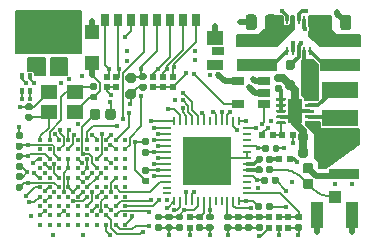
<source format=gbr>
%TF.GenerationSoftware,KiCad,Pcbnew,(5.1.6)-1*%
%TF.CreationDate,2020-08-10T23:05:38-07:00*%
%TF.ProjectId,Wire-Free-DAQ,57697265-2d46-4726-9565-2d4441512e6b,rev?*%
%TF.SameCoordinates,Original*%
%TF.FileFunction,Copper,L1,Top*%
%TF.FilePolarity,Positive*%
%FSLAX46Y46*%
G04 Gerber Fmt 4.6, Leading zero omitted, Abs format (unit mm)*
G04 Created by KiCad (PCBNEW (5.1.6)-1) date 2020-08-10 23:05:38*
%MOMM*%
%LPD*%
G01*
G04 APERTURE LIST*
%TA.AperFunction,SMDPad,CuDef*%
%ADD10R,4.100000X4.100000*%
%TD*%
%TA.AperFunction,SMDPad,CuDef*%
%ADD11R,0.780000X0.260000*%
%TD*%
%TA.AperFunction,SMDPad,CuDef*%
%ADD12R,0.260000X0.780000*%
%TD*%
%TA.AperFunction,SMDPad,CuDef*%
%ADD13R,1.060000X0.650000*%
%TD*%
%TA.AperFunction,SMDPad,CuDef*%
%ADD14C,0.370000*%
%TD*%
%TA.AperFunction,SMDPad,CuDef*%
%ADD15R,0.260000X0.660000*%
%TD*%
%TA.AperFunction,SMDPad,CuDef*%
%ADD16R,0.400000X0.500000*%
%TD*%
%TA.AperFunction,SMDPad,CuDef*%
%ADD17R,1.050000X2.200000*%
%TD*%
%TA.AperFunction,SMDPad,CuDef*%
%ADD18R,1.000000X1.050000*%
%TD*%
%TA.AperFunction,SMDPad,CuDef*%
%ADD19R,1.400000X1.200000*%
%TD*%
%TA.AperFunction,SMDPad,CuDef*%
%ADD20R,1.200000X2.000000*%
%TD*%
%TA.AperFunction,SMDPad,CuDef*%
%ADD21R,0.560000X0.490000*%
%TD*%
%TA.AperFunction,SMDPad,CuDef*%
%ADD22R,0.490000X0.560000*%
%TD*%
%TA.AperFunction,SMDPad,CuDef*%
%ADD23R,3.400000X1.000000*%
%TD*%
%TA.AperFunction,SMDPad,CuDef*%
%ADD24R,2.620000X0.870000*%
%TD*%
%TA.AperFunction,SMDPad,CuDef*%
%ADD25R,3.130000X1.470000*%
%TD*%
%TA.AperFunction,SMDPad,CuDef*%
%ADD26R,1.400000X0.900000*%
%TD*%
%TA.AperFunction,SMDPad,CuDef*%
%ADD27R,1.000000X0.700000*%
%TD*%
%TA.AperFunction,SMDPad,CuDef*%
%ADD28R,1.450000X1.200000*%
%TD*%
%TA.AperFunction,SMDPad,CuDef*%
%ADD29R,0.700000X1.000000*%
%TD*%
%TA.AperFunction,SMDPad,CuDef*%
%ADD30R,1.150000X1.200000*%
%TD*%
%TA.AperFunction,ViaPad*%
%ADD31C,0.450000*%
%TD*%
%TA.AperFunction,Conductor*%
%ADD32C,0.152400*%
%TD*%
%TA.AperFunction,Conductor*%
%ADD33C,0.508000*%
%TD*%
%TA.AperFunction,Conductor*%
%ADD34C,0.203200*%
%TD*%
%TA.AperFunction,Conductor*%
%ADD35C,0.304800*%
%TD*%
%TA.AperFunction,Conductor*%
%ADD36C,0.635000*%
%TD*%
%TA.AperFunction,Conductor*%
%ADD37C,0.127000*%
%TD*%
G04 APERTURE END LIST*
D10*
%TO.P,U1,49*%
%TO.N,GND*%
X136506600Y-57209700D03*
D11*
%TO.P,U1,48*%
%TO.N,/Deserializer/LOCK*%
X139891600Y-54459700D03*
%TO.P,U1,47*%
%TO.N,Net-(U1-Pad47)*%
X139891600Y-54959700D03*
%TO.P,U1,46*%
%TO.N,/Deserializer/SEL*%
X139891600Y-55459700D03*
%TO.P,U1,45*%
%TO.N,/Deserializer/VDD18_P0*%
X139891600Y-55959700D03*
%TO.P,U1,44*%
%TO.N,GND*%
X139891600Y-56459700D03*
%TO.P,U1,43*%
X139891600Y-56959700D03*
%TO.P,U1,42*%
%TO.N,Net-(C3-Pad1)*%
X139891600Y-57459700D03*
%TO.P,U1,41*%
%TO.N,Net-(C2-Pad1)*%
X139891600Y-57959700D03*
%TO.P,U1,40*%
%TO.N,/Deserializer/VDD18_FPD0*%
X139891600Y-58459700D03*
%TO.P,U1,39*%
%TO.N,Net-(U1-Pad39)*%
X139891600Y-58959700D03*
%TO.P,U1,38*%
%TO.N,Net-(U1-Pad38)*%
X139891600Y-59459700D03*
%TO.P,U1,37*%
%TO.N,/Deserializer/MODE*%
X139891600Y-59959700D03*
D12*
%TO.P,U1,36*%
%TO.N,/Deserializer/VDD18_P0*%
X139256600Y-60594700D03*
%TO.P,U1,35*%
%TO.N,/Deserializer/IDX*%
X138756600Y-60594700D03*
%TO.P,U1,34*%
%TO.N,/Deserializer/VDD11_FPD*%
X138256600Y-60594700D03*
%TO.P,U1,33*%
%TO.N,Net-(U1-Pad33)*%
X137756600Y-60594700D03*
%TO.P,U1,32*%
%TO.N,Net-(U1-Pad32)*%
X137256600Y-60594700D03*
%TO.P,U1,31*%
%TO.N,/Deserializer/VDD18_FPD0*%
X136756600Y-60594700D03*
%TO.P,U1,30*%
%TO.N,/Deserializer/PDB*%
X136256600Y-60594700D03*
%TO.P,U1,29*%
%TO.N,+3V3*%
X135756600Y-60594700D03*
%TO.P,U1,28*%
%TO.N,/Deserializer/GPIO0*%
X135256600Y-60594700D03*
%TO.P,U1,27*%
%TO.N,/Deserializer/GPIO1*%
X134756600Y-60594700D03*
%TO.P,U1,26*%
%TO.N,/Deserializer/GPIO2*%
X134256600Y-60594700D03*
%TO.P,U1,25*%
%TO.N,/Deserializer/GPIO3*%
X133756600Y-60594700D03*
D11*
%TO.P,U1,24*%
%TO.N,/Deserializer/ROUT0*%
X133121600Y-59959700D03*
%TO.P,U1,23*%
%TO.N,/Deserializer/ROUT1*%
X133121600Y-59459700D03*
%TO.P,U1,22*%
%TO.N,/Deserializer/ROUT2*%
X133121600Y-58959700D03*
%TO.P,U1,21*%
%TO.N,/Deserializer/ROUT3*%
X133121600Y-58459700D03*
%TO.P,U1,20*%
%TO.N,/Deserializer/VDD11_DVP*%
X133121600Y-57959700D03*
%TO.P,U1,19*%
%TO.N,/Deserializer/ROUT4*%
X133121600Y-57459700D03*
%TO.P,U1,18*%
%TO.N,/Deserializer/ROUT5*%
X133121600Y-56959700D03*
%TO.P,U1,17*%
%TO.N,/Deserializer/VDD18*%
X133121600Y-56459700D03*
%TO.P,U1,16*%
%TO.N,/Deserializer/ROUT6*%
X133121600Y-55959700D03*
%TO.P,U1,15*%
%TO.N,/Deserializer/ROUT7*%
X133121600Y-55459700D03*
%TO.P,U1,14*%
%TO.N,/Deserializer/ROUT8*%
X133121600Y-54959700D03*
%TO.P,U1,13*%
%TO.N,/Deserializer/ROUT9*%
X133121600Y-54459700D03*
D12*
%TO.P,U1,12*%
%TO.N,/Deserializer/ROUT10*%
X133756600Y-53824700D03*
%TO.P,U1,11*%
%TO.N,/Deserializer/ROUT11*%
X134256600Y-53824700D03*
%TO.P,U1,10*%
%TO.N,/Deserializer/HSYNC*%
X134756600Y-53824700D03*
%TO.P,U1,9*%
%TO.N,/Deserializer/VSYNC*%
X135256600Y-53824700D03*
%TO.P,U1,8*%
%TO.N,/Deserializer/PCLK*%
X135756600Y-53824700D03*
%TO.P,U1,7*%
%TO.N,+3V3*%
X136256600Y-53824700D03*
%TO.P,U1,6*%
%TO.N,Net-(U1-Pad6)*%
X136756600Y-53824700D03*
%TO.P,U1,5*%
%TO.N,/Deserializer/OEN*%
X137256600Y-53824700D03*
%TO.P,U1,4*%
%TO.N,/Deserializer/OSS_SEL*%
X137756600Y-53824700D03*
%TO.P,U1,3*%
%TO.N,/Deserializer/VDD11_D*%
X138256600Y-53824700D03*
%TO.P,U1,2*%
%TO.N,/Deserializer/I2C_SCL*%
X138756600Y-53824700D03*
%TO.P,U1,1*%
%TO.N,/Deserializer/I2C_SDA*%
X139256600Y-53824700D03*
%TD*%
%TO.P,J1,MP*%
%TO.N,GND*%
%TA.AperFunction,SMDPad,CuDef*%
G36*
G01*
X121822600Y-44685599D02*
X121822600Y-45985601D01*
G75*
G02*
X121572601Y-46235600I-249999J0D01*
G01*
X120872599Y-46235600D01*
G75*
G02*
X120622600Y-45985601I0J249999D01*
G01*
X120622600Y-44685599D01*
G75*
G02*
X120872599Y-44435600I249999J0D01*
G01*
X121572601Y-44435600D01*
G75*
G02*
X121822600Y-44685599I0J-249999D01*
G01*
G37*
%TD.AperFunction*%
%TA.AperFunction,SMDPad,CuDef*%
G36*
G01*
X125422600Y-44685599D02*
X125422600Y-45985601D01*
G75*
G02*
X125172601Y-46235600I-249999J0D01*
G01*
X124472599Y-46235600D01*
G75*
G02*
X124222600Y-45985601I0J249999D01*
G01*
X124222600Y-44685599D01*
G75*
G02*
X124472599Y-44435600I249999J0D01*
G01*
X125172601Y-44435600D01*
G75*
G02*
X125422600Y-44685599I0J-249999D01*
G01*
G37*
%TD.AperFunction*%
%TO.P,J1,2*%
%TA.AperFunction,SMDPad,CuDef*%
G36*
G01*
X122822600Y-48585600D02*
X122822600Y-49835600D01*
G75*
G02*
X122672600Y-49985600I-150000J0D01*
G01*
X122372600Y-49985600D01*
G75*
G02*
X122222600Y-49835600I0J150000D01*
G01*
X122222600Y-48585600D01*
G75*
G02*
X122372600Y-48435600I150000J0D01*
G01*
X122672600Y-48435600D01*
G75*
G02*
X122822600Y-48585600I0J-150000D01*
G01*
G37*
%TD.AperFunction*%
%TO.P,J1,1*%
%TO.N,+BATT*%
%TA.AperFunction,SMDPad,CuDef*%
G36*
G01*
X123822600Y-48585600D02*
X123822600Y-49835600D01*
G75*
G02*
X123672600Y-49985600I-150000J0D01*
G01*
X123372600Y-49985600D01*
G75*
G02*
X123222600Y-49835600I0J150000D01*
G01*
X123222600Y-48585600D01*
G75*
G02*
X123372600Y-48435600I150000J0D01*
G01*
X123672600Y-48435600D01*
G75*
G02*
X123822600Y-48585600I0J-150000D01*
G01*
G37*
%TD.AperFunction*%
%TD*%
%TO.P,C62,2*%
%TO.N,GND*%
%TA.AperFunction,SMDPad,CuDef*%
G36*
G01*
X129825900Y-51143200D02*
X130290900Y-51143200D01*
G75*
G02*
X130493400Y-51345700I0J-202500D01*
G01*
X130493400Y-51750700D01*
G75*
G02*
X130290900Y-51953200I-202500J0D01*
G01*
X129825900Y-51953200D01*
G75*
G02*
X129623400Y-51750700I0J202500D01*
G01*
X129623400Y-51345700D01*
G75*
G02*
X129825900Y-51143200I202500J0D01*
G01*
G37*
%TD.AperFunction*%
%TO.P,C62,1*%
%TO.N,+3V3*%
%TA.AperFunction,SMDPad,CuDef*%
G36*
G01*
X129825900Y-49783200D02*
X130290900Y-49783200D01*
G75*
G02*
X130493400Y-49985700I0J-202500D01*
G01*
X130493400Y-50390700D01*
G75*
G02*
X130290900Y-50593200I-202500J0D01*
G01*
X129825900Y-50593200D01*
G75*
G02*
X129623400Y-50390700I0J202500D01*
G01*
X129623400Y-49985700D01*
G75*
G02*
X129825900Y-49783200I202500J0D01*
G01*
G37*
%TD.AperFunction*%
%TD*%
D13*
%TO.P,U5,5*%
%TO.N,Net-(R28-Pad1)*%
X139118400Y-52377000D03*
%TO.P,U5,4*%
%TO.N,+5V*%
X139118400Y-50477000D03*
%TO.P,U5,3*%
%TO.N,+BATT*%
X141318400Y-50477000D03*
%TO.P,U5,2*%
%TO.N,GND*%
X141318400Y-51427000D03*
%TO.P,U5,1*%
%TO.N,/MCU/CHR_STAT*%
X141318400Y-52377000D03*
%TD*%
D14*
%TO.P,U4,K10*%
%TO.N,/Deserializer/ROUT8*%
X129594400Y-62621600D03*
%TO.P,U4,K9*%
%TO.N,/Deserializer/ROUT6*%
X128794400Y-62621600D03*
%TO.P,U4,K8*%
%TO.N,/MCU/DAT2*%
X127994400Y-62621600D03*
%TO.P,U4,K7*%
%TO.N,Net-(U4-PadK7)*%
X127194400Y-62621600D03*
%TO.P,U4,K6*%
%TO.N,/MCU/IR_REV*%
X126394400Y-62621600D03*
%TO.P,U4,K5*%
%TO.N,Net-(U4-PadK5)*%
X125594400Y-62621600D03*
%TO.P,U4,K4*%
%TO.N,/MCU/STATUS_LED*%
X124794400Y-62621600D03*
%TO.P,U4,K3*%
%TO.N,/MCU/MISO*%
X123994400Y-62621600D03*
%TO.P,U4,K2*%
%TO.N,Net-(U4-PadK2)*%
X123194400Y-62621600D03*
%TO.P,U4,K1*%
%TO.N,Net-(U4-PadK1)*%
X122394400Y-62621600D03*
%TO.P,U4,J10*%
%TO.N,Net-(U4-PadJ10)*%
X129594400Y-61821600D03*
%TO.P,U4,J9*%
%TO.N,/Deserializer/ROUT5*%
X128794400Y-61821600D03*
%TO.P,U4,J8*%
%TO.N,/Deserializer/ROUT7*%
X127994400Y-61821600D03*
%TO.P,U4,J7*%
%TO.N,Net-(U4-PadJ7)*%
X127194400Y-61821600D03*
%TO.P,U4,J6*%
%TO.N,Net-(U4-PadJ6)*%
X126394400Y-61821600D03*
%TO.P,U4,J5*%
%TO.N,Net-(U4-PadJ5)*%
X125594400Y-61821600D03*
%TO.P,U4,J4*%
%TO.N,/MCU/SCK*%
X124794400Y-61821600D03*
%TO.P,U4,J3*%
%TO.N,/Deserializer/PCLK*%
X123994400Y-61821600D03*
%TO.P,U4,J2*%
%TO.N,Net-(U4-PadJ2)*%
X123194400Y-61821600D03*
%TO.P,U4,J1*%
%TO.N,/Deserializer/HSYNC*%
X122394400Y-61821600D03*
%TO.P,U4,H10*%
%TO.N,/Deserializer/ROUT3*%
X129594400Y-61021600D03*
%TO.P,U4,H9*%
%TO.N,/Deserializer/ROUT4*%
X128794400Y-61021600D03*
%TO.P,U4,H8*%
%TO.N,/MCU/DAT3*%
X127994400Y-61021600D03*
%TO.P,U4,H7*%
%TO.N,/MCU/CLK*%
X127194400Y-61021600D03*
%TO.P,U4,H6*%
%TO.N,/Deserializer/VSYNC*%
X126394400Y-61021600D03*
%TO.P,U4,H5*%
%TO.N,/MCU/MOSI*%
X125594400Y-61021600D03*
%TO.P,U4,H4*%
%TO.N,Net-(U4-PadH4)*%
X124794400Y-61021600D03*
%TO.P,U4,H3*%
%TO.N,/MCU/SS_N*%
X123994400Y-61021600D03*
%TO.P,U4,H2*%
%TO.N,Net-(U4-PadH2)*%
X123194400Y-61021600D03*
%TO.P,U4,H1*%
%TO.N,/MCU/TRIGGER0*%
X122394400Y-61021600D03*
%TO.P,U4,G10*%
%TO.N,Net-(U4-PadG10)*%
X129594400Y-60221600D03*
%TO.P,U4,G9*%
%TO.N,Net-(U4-PadG9)*%
X128794400Y-60221600D03*
%TO.P,U4,G8*%
%TO.N,/MCU/SWDIO*%
X127994400Y-60221600D03*
%TO.P,U4,G7*%
%TO.N,+3V3*%
X127194400Y-60221600D03*
%TO.P,U4,G6*%
%TO.N,+1V2*%
X126394400Y-60221600D03*
%TO.P,U4,G5*%
%TO.N,/Deserializer/ROUT9*%
X125594400Y-60221600D03*
%TO.P,U4,G4*%
%TO.N,Net-(U4-PadG4)*%
X124794400Y-60221600D03*
%TO.P,U4,G3*%
%TO.N,Net-(U4-PadG3)*%
X123994400Y-60221600D03*
%TO.P,U4,G2*%
%TO.N,/Deserializer/GPIO3*%
X123194400Y-60221600D03*
%TO.P,U4,G1*%
%TO.N,/Deserializer/GPIO1*%
X122394400Y-60221600D03*
%TO.P,U4,F10*%
%TO.N,Net-(U4-PadF10)*%
X129594400Y-59421600D03*
%TO.P,U4,F9*%
%TO.N,/Deserializer/ROUT2*%
X128794400Y-59421600D03*
%TO.P,U4,F8*%
%TO.N,Net-(U4-PadF8)*%
X127994400Y-59421600D03*
%TO.P,U4,F7*%
%TO.N,Net-(U4-PadF7)*%
X127194400Y-59421600D03*
%TO.P,U4,F6*%
%TO.N,GND*%
X126394400Y-59421600D03*
%TO.P,U4,F5*%
X125594400Y-59421600D03*
%TO.P,U4,F4*%
X124794400Y-59421600D03*
%TO.P,U4,F3*%
%TO.N,+3V3*%
X123994400Y-59421600D03*
%TO.P,U4,F2*%
%TO.N,/Deserializer/GPIO2*%
X123194400Y-59421600D03*
%TO.P,U4,F1*%
%TO.N,/Deserializer/GPIO0*%
X122394400Y-59421600D03*
%TO.P,U4,E10*%
%TO.N,Net-(U4-PadE10)*%
X129594400Y-58621600D03*
%TO.P,U4,E9*%
%TO.N,/MCU/SWDCLK*%
X128794400Y-58621600D03*
%TO.P,U4,E8*%
%TO.N,Net-(U4-PadE8)*%
X127994400Y-58621600D03*
%TO.P,U4,E7*%
%TO.N,GND*%
X127194400Y-58621600D03*
%TO.P,U4,E6*%
%TO.N,/MCU/VDDPLLUSB*%
X126394400Y-58621600D03*
%TO.P,U4,E5*%
%TO.N,+3V3*%
X125594400Y-58621600D03*
%TO.P,U4,E4*%
%TO.N,GND*%
X124794400Y-58621600D03*
%TO.P,U4,E3*%
%TO.N,/MCU/LED_B*%
X123994400Y-58621600D03*
%TO.P,U4,E2*%
%TO.N,/MCU/RESET_N*%
X123194400Y-58621600D03*
%TO.P,U4,E1*%
%TO.N,/MCU/VBUS_DET*%
X122394400Y-58621600D03*
%TO.P,U4,D10*%
%TO.N,Net-(U4-PadD10)*%
X129594400Y-57821600D03*
%TO.P,U4,D9*%
%TO.N,Net-(U4-PadD9)*%
X128794400Y-57821600D03*
%TO.P,U4,D8*%
%TO.N,Net-(U4-PadD8)*%
X127994400Y-57821600D03*
%TO.P,U4,D7*%
%TO.N,/MCU/VDDPLL*%
X127194400Y-57821600D03*
%TO.P,U4,D6*%
%TO.N,+1V2*%
X126394400Y-57821600D03*
%TO.P,U4,D5*%
%TO.N,Net-(U4-PadD5)*%
X125594400Y-57821600D03*
%TO.P,U4,D4*%
%TO.N,GND*%
X124794400Y-57821600D03*
%TO.P,U4,D3*%
%TO.N,Net-(U4-PadD3)*%
X123994400Y-57821600D03*
%TO.P,U4,D2*%
%TO.N,/MCU/LED_G*%
X123194400Y-57821600D03*
%TO.P,U4,D1*%
%TO.N,Net-(U4-PadD1)*%
X122394400Y-57821600D03*
%TO.P,U4,C10*%
%TO.N,Net-(U4-PadC10)*%
X129594400Y-57021600D03*
%TO.P,U4,C9*%
%TO.N,Net-(U4-PadC9)*%
X128794400Y-57021600D03*
%TO.P,U4,C8*%
%TO.N,/Deserializer/I2C_SCL*%
X127994400Y-57021600D03*
%TO.P,U4,C7*%
%TO.N,/MCU/DAT0*%
X127194400Y-57021600D03*
%TO.P,U4,C6*%
%TO.N,+1V2*%
X126394400Y-57021600D03*
%TO.P,U4,C5*%
%TO.N,+3V3*%
X125594400Y-57021600D03*
%TO.P,U4,C4*%
%TO.N,GND*%
X124794400Y-57021600D03*
%TO.P,U4,C3*%
%TO.N,+1V2*%
X123994400Y-57021600D03*
%TO.P,U4,C2*%
%TO.N,+3V3*%
X123194400Y-57021600D03*
%TO.P,U4,C1*%
%TO.N,/MCU/LED_R*%
X122394400Y-57021600D03*
%TO.P,U4,B10*%
%TO.N,/MCU/CHR_STAT*%
X129594400Y-56221600D03*
%TO.P,U4,B9*%
%TO.N,/Deserializer/I2C_SDA*%
X128794400Y-56221600D03*
%TO.P,U4,B8*%
%TO.N,Net-(U4-PadB8)*%
X127994400Y-56221600D03*
%TO.P,U4,B7*%
%TO.N,Net-(U4-PadB7)*%
X127194400Y-56221600D03*
%TO.P,U4,B6*%
%TO.N,Net-(U4-PadB6)*%
X126394400Y-56221600D03*
%TO.P,U4,B5*%
%TO.N,Net-(U4-PadB5)*%
X125594400Y-56221600D03*
%TO.P,U4,B4*%
%TO.N,/MCU/D+*%
X124794400Y-56221600D03*
%TO.P,U4,B3*%
%TO.N,/MCU/VDDUTMIC*%
X123994400Y-56221600D03*
%TO.P,U4,B2*%
%TO.N,Net-(U4-PadB2)*%
X123194400Y-56221600D03*
%TO.P,U4,B1*%
%TO.N,Net-(U4-PadB1)*%
X122394400Y-56221600D03*
%TO.P,U4,A10*%
%TO.N,Net-(U4-PadA10)*%
X129594400Y-55421600D03*
%TO.P,U4,A9*%
%TO.N,/MCU/CMD*%
X128794400Y-55421600D03*
%TO.P,U4,A8*%
%TO.N,GND*%
X127994400Y-55421600D03*
%TO.P,U4,A7*%
%TO.N,/MCU/DAT1*%
X127194400Y-55421600D03*
%TO.P,U4,A6*%
%TO.N,/Deserializer/LOCK*%
X126394400Y-55421600D03*
%TO.P,U4,A5*%
%TO.N,Net-(U4-PadA5)*%
X125594400Y-55421600D03*
%TO.P,U4,A4*%
%TO.N,/MCU/D-*%
X124794400Y-55421600D03*
%TO.P,U4,A3*%
%TO.N,Net-(C58-Pad2)*%
X123994400Y-55421600D03*
%TO.P,U4,A2*%
%TO.N,/MCU/XOUT*%
X123194400Y-55421600D03*
%TO.P,U4,A1*%
%TO.N,/MCU/XIN*%
X122394400Y-55421600D03*
%TD*%
D15*
%TO.P,U2,10*%
%TO.N,Net-(L8-Pad1)*%
X145278500Y-47930000D03*
%TO.P,U2,9*%
%TO.N,+BATT*%
X144778500Y-47930000D03*
%TO.P,U2,8*%
%TO.N,GND*%
X144278500Y-47930000D03*
%TO.P,U2,7*%
%TO.N,+BATT*%
X143778500Y-47930000D03*
%TO.P,U2,6*%
%TO.N,Net-(L7-Pad1)*%
X143278500Y-47930000D03*
%TO.P,U2,5*%
%TO.N,+BATT*%
X143278500Y-45260000D03*
%TO.P,U2,4*%
%TO.N,+1V8*%
X143778500Y-45260000D03*
%TO.P,U2,3*%
%TO.N,+BATT*%
X144278500Y-45260000D03*
%TO.P,U2,2*%
%TO.N,GND*%
X144778500Y-45260000D03*
%TO.P,U2,1*%
%TO.N,+3V3*%
X145278500Y-45260000D03*
%TD*%
D16*
%TO.P,D1,4*%
%TO.N,Net-(D1-Pad4)*%
X120843800Y-50015000D03*
%TO.P,D1,3*%
%TO.N,Net-(D1-Pad3)*%
X121543800Y-50015000D03*
%TO.P,D1,2*%
%TO.N,Net-(D1-Pad2)*%
X121543800Y-51315000D03*
%TO.P,D1,1*%
%TO.N,+3V3*%
X120843800Y-51315000D03*
%TD*%
D17*
%TO.P,J3,2*%
%TO.N,GND*%
X148813000Y-61757200D03*
D18*
%TO.P,J3,1*%
%TO.N,/Deserializer/COAX+*%
X147338000Y-60232200D03*
D17*
%TO.P,J3,2*%
%TO.N,GND*%
X145863000Y-61757200D03*
%TD*%
D19*
%TO.P,Y1,4*%
%TO.N,GND*%
X123116400Y-51364400D03*
%TO.P,Y1,3*%
%TO.N,/MCU/XOUT*%
X125316400Y-51364400D03*
%TO.P,Y1,2*%
%TO.N,GND*%
X125316400Y-53064400D03*
%TO.P,Y1,1*%
%TO.N,/MCU/XIN*%
X123116400Y-53064400D03*
%TD*%
D20*
%TO.P,U3,11*%
%TO.N,GND*%
X143983000Y-52984400D03*
%TO.P,U3,10*%
%TO.N,Net-(R16-Pad1)*%
%TA.AperFunction,SMDPad,CuDef*%
G36*
G01*
X143183000Y-53921900D02*
X143183000Y-54046900D01*
G75*
G02*
X143120500Y-54109400I-62500J0D01*
G01*
X142420500Y-54109400D01*
G75*
G02*
X142358000Y-54046900I0J62500D01*
G01*
X142358000Y-53921900D01*
G75*
G02*
X142420500Y-53859400I62500J0D01*
G01*
X143120500Y-53859400D01*
G75*
G02*
X143183000Y-53921900I0J-62500D01*
G01*
G37*
%TD.AperFunction*%
%TO.P,U3,9*%
%TO.N,GND*%
%TA.AperFunction,SMDPad,CuDef*%
G36*
G01*
X143183000Y-53421900D02*
X143183000Y-53546900D01*
G75*
G02*
X143120500Y-53609400I-62500J0D01*
G01*
X142420500Y-53609400D01*
G75*
G02*
X142358000Y-53546900I0J62500D01*
G01*
X142358000Y-53421900D01*
G75*
G02*
X142420500Y-53359400I62500J0D01*
G01*
X143120500Y-53359400D01*
G75*
G02*
X143183000Y-53421900I0J-62500D01*
G01*
G37*
%TD.AperFunction*%
%TO.P,U3,8*%
%TO.N,Net-(C36-Pad1)*%
%TA.AperFunction,SMDPad,CuDef*%
G36*
G01*
X143183000Y-52921900D02*
X143183000Y-53046900D01*
G75*
G02*
X143120500Y-53109400I-62500J0D01*
G01*
X142420500Y-53109400D01*
G75*
G02*
X142358000Y-53046900I0J62500D01*
G01*
X142358000Y-52921900D01*
G75*
G02*
X142420500Y-52859400I62500J0D01*
G01*
X143120500Y-52859400D01*
G75*
G02*
X143183000Y-52921900I0J-62500D01*
G01*
G37*
%TD.AperFunction*%
%TO.P,U3,7*%
%TA.AperFunction,SMDPad,CuDef*%
G36*
G01*
X143183000Y-52421900D02*
X143183000Y-52546900D01*
G75*
G02*
X143120500Y-52609400I-62500J0D01*
G01*
X142420500Y-52609400D01*
G75*
G02*
X142358000Y-52546900I0J62500D01*
G01*
X142358000Y-52421900D01*
G75*
G02*
X142420500Y-52359400I62500J0D01*
G01*
X143120500Y-52359400D01*
G75*
G02*
X143183000Y-52421900I0J-62500D01*
G01*
G37*
%TD.AperFunction*%
%TO.P,U3,6*%
%TA.AperFunction,SMDPad,CuDef*%
G36*
G01*
X143183000Y-51921900D02*
X143183000Y-52046900D01*
G75*
G02*
X143120500Y-52109400I-62500J0D01*
G01*
X142420500Y-52109400D01*
G75*
G02*
X142358000Y-52046900I0J62500D01*
G01*
X142358000Y-51921900D01*
G75*
G02*
X142420500Y-51859400I62500J0D01*
G01*
X143120500Y-51859400D01*
G75*
G02*
X143183000Y-51921900I0J-62500D01*
G01*
G37*
%TD.AperFunction*%
%TO.P,U3,5*%
%TO.N,+BATT*%
%TA.AperFunction,SMDPad,CuDef*%
G36*
G01*
X145608000Y-51921900D02*
X145608000Y-52046900D01*
G75*
G02*
X145545500Y-52109400I-62500J0D01*
G01*
X144845500Y-52109400D01*
G75*
G02*
X144783000Y-52046900I0J62500D01*
G01*
X144783000Y-51921900D01*
G75*
G02*
X144845500Y-51859400I62500J0D01*
G01*
X145545500Y-51859400D01*
G75*
G02*
X145608000Y-51921900I0J-62500D01*
G01*
G37*
%TD.AperFunction*%
%TO.P,U3,4*%
%TO.N,Net-(L5-Pad1)*%
%TA.AperFunction,SMDPad,CuDef*%
G36*
G01*
X145608000Y-52421900D02*
X145608000Y-52546900D01*
G75*
G02*
X145545500Y-52609400I-62500J0D01*
G01*
X144845500Y-52609400D01*
G75*
G02*
X144783000Y-52546900I0J62500D01*
G01*
X144783000Y-52421900D01*
G75*
G02*
X144845500Y-52359400I62500J0D01*
G01*
X145545500Y-52359400D01*
G75*
G02*
X145608000Y-52421900I0J-62500D01*
G01*
G37*
%TD.AperFunction*%
%TO.P,U3,3*%
%TO.N,GND*%
%TA.AperFunction,SMDPad,CuDef*%
G36*
G01*
X145608000Y-52921900D02*
X145608000Y-53046900D01*
G75*
G02*
X145545500Y-53109400I-62500J0D01*
G01*
X144845500Y-53109400D01*
G75*
G02*
X144783000Y-53046900I0J62500D01*
G01*
X144783000Y-52921900D01*
G75*
G02*
X144845500Y-52859400I62500J0D01*
G01*
X145545500Y-52859400D01*
G75*
G02*
X145608000Y-52921900I0J-62500D01*
G01*
G37*
%TD.AperFunction*%
%TO.P,U3,2*%
%TO.N,Net-(L5-Pad2)*%
%TA.AperFunction,SMDPad,CuDef*%
G36*
G01*
X145608000Y-53421900D02*
X145608000Y-53546900D01*
G75*
G02*
X145545500Y-53609400I-62500J0D01*
G01*
X144845500Y-53609400D01*
G75*
G02*
X144783000Y-53546900I0J62500D01*
G01*
X144783000Y-53421900D01*
G75*
G02*
X144845500Y-53359400I62500J0D01*
G01*
X145545500Y-53359400D01*
G75*
G02*
X145608000Y-53421900I0J-62500D01*
G01*
G37*
%TD.AperFunction*%
%TO.P,U3,1*%
%TO.N,V_OUT*%
%TA.AperFunction,SMDPad,CuDef*%
G36*
G01*
X145608000Y-53921900D02*
X145608000Y-54046900D01*
G75*
G02*
X145545500Y-54109400I-62500J0D01*
G01*
X144845500Y-54109400D01*
G75*
G02*
X144783000Y-54046900I0J62500D01*
G01*
X144783000Y-53921900D01*
G75*
G02*
X144845500Y-53859400I62500J0D01*
G01*
X145545500Y-53859400D01*
G75*
G02*
X145608000Y-53921900I0J-62500D01*
G01*
G37*
%TD.AperFunction*%
%TD*%
D21*
%TO.P,R26,2*%
%TO.N,/MCU/DAT0*%
X128851900Y-50070300D03*
%TO.P,R26,1*%
%TO.N,+3V3*%
X128851900Y-50980300D03*
%TD*%
%TO.P,R25,2*%
%TO.N,/MCU/DAT1*%
X128039100Y-50070300D03*
%TO.P,R25,1*%
%TO.N,+3V3*%
X128039100Y-50980300D03*
%TD*%
%TO.P,R24,2*%
%TO.N,/MCU/DAT2*%
X133614400Y-50057600D03*
%TO.P,R24,1*%
%TO.N,+3V3*%
X133614400Y-50967600D03*
%TD*%
%TO.P,R23,2*%
%TO.N,/MCU/DAT3*%
X132776200Y-50057600D03*
%TO.P,R23,1*%
%TO.N,+3V3*%
X132776200Y-50967600D03*
%TD*%
%TO.P,R22,2*%
%TO.N,/MCU/CMD*%
X131938000Y-50057600D03*
%TO.P,R22,1*%
%TO.N,+3V3*%
X131938000Y-50967600D03*
%TD*%
D22*
%TO.P,R17,2*%
%TO.N,Net-(R16-Pad1)*%
X142121200Y-55008400D03*
%TO.P,R17,1*%
%TO.N,GND*%
X141211200Y-55008400D03*
%TD*%
%TO.P,R16,2*%
%TO.N,V_OUT*%
X143772200Y-55008400D03*
%TO.P,R16,1*%
%TO.N,Net-(R16-Pad1)*%
X142862200Y-55008400D03*
%TD*%
D21*
%TO.P,R15,2*%
%TO.N,Net-(L4-Pad2)*%
X146220400Y-58486000D03*
%TO.P,R15,1*%
%TO.N,V_OUT*%
X146220400Y-57576000D03*
%TD*%
%TO.P,R12,2*%
%TO.N,+1V8*%
X141793200Y-62854800D03*
%TO.P,R12,1*%
%TO.N,/Deserializer/VDD11_FPD*%
X141793200Y-61944800D03*
%TD*%
%TO.P,R9,2*%
%TO.N,GND*%
X143418800Y-62854800D03*
%TO.P,R9,1*%
%TO.N,/Deserializer/MODE*%
X143418800Y-61944800D03*
%TD*%
%TO.P,R8,2*%
%TO.N,/Deserializer/MODE*%
X142606000Y-61944800D03*
%TO.P,R8,1*%
%TO.N,/Deserializer/VDD18*%
X142606000Y-62854800D03*
%TD*%
D22*
%TO.P,R5,1*%
%TO.N,Net-(C3-Pad2)*%
X142633600Y-57065800D03*
%TO.P,R5,2*%
%TO.N,GND*%
X143543600Y-57065800D03*
%TD*%
D21*
%TO.P,R4,2*%
%TO.N,/Deserializer/PDB*%
X135062200Y-61942600D03*
%TO.P,R4,1*%
%TO.N,+1V8*%
X135062200Y-62852600D03*
%TD*%
%TO.P,L10,2*%
%TO.N,/MCU/VDDPLL*%
%TA.AperFunction,SMDPad,CuDef*%
G36*
G01*
X127476200Y-53018300D02*
X127476200Y-53493300D01*
G75*
G02*
X127253700Y-53715800I-222500J0D01*
G01*
X126808700Y-53715800D01*
G75*
G02*
X126586200Y-53493300I0J222500D01*
G01*
X126586200Y-53018300D01*
G75*
G02*
X126808700Y-52795800I222500J0D01*
G01*
X127253700Y-52795800D01*
G75*
G02*
X127476200Y-53018300I0J-222500D01*
G01*
G37*
%TD.AperFunction*%
%TO.P,L10,1*%
%TO.N,+1V2*%
%TA.AperFunction,SMDPad,CuDef*%
G36*
G01*
X128806200Y-53018300D02*
X128806200Y-53493300D01*
G75*
G02*
X128583700Y-53715800I-222500J0D01*
G01*
X128138700Y-53715800D01*
G75*
G02*
X127916200Y-53493300I0J222500D01*
G01*
X127916200Y-53018300D01*
G75*
G02*
X128138700Y-52795800I222500J0D01*
G01*
X128583700Y-52795800D01*
G75*
G02*
X128806200Y-53018300I0J-222500D01*
G01*
G37*
%TD.AperFunction*%
%TD*%
D23*
%TO.P,L8,2*%
%TO.N,+3V3*%
X147820600Y-47024200D03*
%TO.P,L8,1*%
%TO.N,Net-(L8-Pad1)*%
X147820600Y-49124200D03*
%TD*%
%TO.P,L7,2*%
%TO.N,+1V8*%
X140759400Y-46998800D03*
%TO.P,L7,1*%
%TO.N,Net-(L7-Pad1)*%
X140759400Y-49098800D03*
%TD*%
D24*
%TO.P,L6,2*%
%TO.N,V_OUT*%
X148148400Y-55251600D03*
%TO.P,L6,1*%
%TO.N,Net-(L4-Pad2)*%
X148148400Y-58301600D03*
%TD*%
D25*
%TO.P,L5,2*%
%TO.N,Net-(L5-Pad2)*%
X147820600Y-53546800D03*
%TO.P,L5,1*%
%TO.N,Net-(L5-Pad1)*%
X147820600Y-51186800D03*
%TD*%
%TO.P,L4,2*%
%TO.N,Net-(L4-Pad2)*%
%TA.AperFunction,SMDPad,CuDef*%
G36*
G01*
X145314900Y-58268200D02*
X144839900Y-58268200D01*
G75*
G02*
X144617400Y-58045700I0J222500D01*
G01*
X144617400Y-57600700D01*
G75*
G02*
X144839900Y-57378200I222500J0D01*
G01*
X145314900Y-57378200D01*
G75*
G02*
X145537400Y-57600700I0J-222500D01*
G01*
X145537400Y-58045700D01*
G75*
G02*
X145314900Y-58268200I-222500J0D01*
G01*
G37*
%TD.AperFunction*%
%TO.P,L4,1*%
%TO.N,/Deserializer/COAX+*%
%TA.AperFunction,SMDPad,CuDef*%
G36*
G01*
X145314900Y-59598200D02*
X144839900Y-59598200D01*
G75*
G02*
X144617400Y-59375700I0J222500D01*
G01*
X144617400Y-58930700D01*
G75*
G02*
X144839900Y-58708200I222500J0D01*
G01*
X145314900Y-58708200D01*
G75*
G02*
X145537400Y-58930700I0J-222500D01*
G01*
X145537400Y-59375700D01*
G75*
G02*
X145314900Y-59598200I-222500J0D01*
G01*
G37*
%TD.AperFunction*%
%TD*%
D26*
%TO.P,J8,G5*%
%TO.N,Net-(J8-PadG5)*%
X137242400Y-49070200D03*
D27*
%TO.P,J8,G4*%
%TO.N,Net-(J8-PadG4)*%
X137442400Y-47920200D03*
D28*
%TO.P,J8,G3*%
%TO.N,GND*%
X137217400Y-46770200D03*
D29*
%TO.P,J8,P1*%
%TO.N,/MCU/DAT2*%
X135592400Y-45280200D03*
%TO.P,J8,P2*%
%TO.N,/MCU/DAT3*%
X134492400Y-45280200D03*
%TO.P,J8,P7*%
%TO.N,/MCU/DAT0*%
X128992400Y-45280200D03*
%TO.P,J8,P6*%
%TO.N,GND*%
X130092400Y-45280200D03*
%TO.P,J8,P3*%
%TO.N,/MCU/CMD*%
X133392400Y-45280200D03*
%TO.P,J8,P4*%
%TO.N,+3V3*%
X132292400Y-45280200D03*
%TO.P,J8,P5*%
%TO.N,/MCU/CLK*%
X131192400Y-45280200D03*
%TO.P,J8,P8*%
%TO.N,/MCU/DAT1*%
X127892400Y-45280200D03*
D30*
%TO.P,J8,G1*%
%TO.N,GND*%
X126817400Y-46330200D03*
%TO.P,J8,G2*%
X126817400Y-48920200D03*
%TD*%
%TO.P,C54,2*%
%TO.N,GND*%
%TA.AperFunction,SMDPad,CuDef*%
G36*
G01*
X120805000Y-55348200D02*
X120465000Y-55348200D01*
G75*
G02*
X120320000Y-55203200I0J145000D01*
G01*
X120320000Y-54913200D01*
G75*
G02*
X120465000Y-54768200I145000J0D01*
G01*
X120805000Y-54768200D01*
G75*
G02*
X120950000Y-54913200I0J-145000D01*
G01*
X120950000Y-55203200D01*
G75*
G02*
X120805000Y-55348200I-145000J0D01*
G01*
G37*
%TD.AperFunction*%
%TO.P,C54,1*%
%TO.N,+1V2*%
%TA.AperFunction,SMDPad,CuDef*%
G36*
G01*
X120805000Y-56238200D02*
X120465000Y-56238200D01*
G75*
G02*
X120320000Y-56093200I0J145000D01*
G01*
X120320000Y-55803200D01*
G75*
G02*
X120465000Y-55658200I145000J0D01*
G01*
X120805000Y-55658200D01*
G75*
G02*
X120950000Y-55803200I0J-145000D01*
G01*
X120950000Y-56093200D01*
G75*
G02*
X120805000Y-56238200I-145000J0D01*
G01*
G37*
%TD.AperFunction*%
%TD*%
%TO.P,C53,2*%
%TO.N,GND*%
%TA.AperFunction,SMDPad,CuDef*%
G36*
G01*
X130929800Y-50667600D02*
X131269800Y-50667600D01*
G75*
G02*
X131414800Y-50812600I0J-145000D01*
G01*
X131414800Y-51102600D01*
G75*
G02*
X131269800Y-51247600I-145000J0D01*
G01*
X130929800Y-51247600D01*
G75*
G02*
X130784800Y-51102600I0J145000D01*
G01*
X130784800Y-50812600D01*
G75*
G02*
X130929800Y-50667600I145000J0D01*
G01*
G37*
%TD.AperFunction*%
%TO.P,C53,1*%
%TO.N,+3V3*%
%TA.AperFunction,SMDPad,CuDef*%
G36*
G01*
X130929800Y-49777600D02*
X131269800Y-49777600D01*
G75*
G02*
X131414800Y-49922600I0J-145000D01*
G01*
X131414800Y-50212600D01*
G75*
G02*
X131269800Y-50357600I-145000J0D01*
G01*
X130929800Y-50357600D01*
G75*
G02*
X130784800Y-50212600I0J145000D01*
G01*
X130784800Y-49922600D01*
G75*
G02*
X130929800Y-49777600I145000J0D01*
G01*
G37*
%TD.AperFunction*%
%TD*%
%TO.P,C47,2*%
%TO.N,GND*%
%TA.AperFunction,SMDPad,CuDef*%
G36*
G01*
X120465000Y-57398600D02*
X120805000Y-57398600D01*
G75*
G02*
X120950000Y-57543600I0J-145000D01*
G01*
X120950000Y-57833600D01*
G75*
G02*
X120805000Y-57978600I-145000J0D01*
G01*
X120465000Y-57978600D01*
G75*
G02*
X120320000Y-57833600I0J145000D01*
G01*
X120320000Y-57543600D01*
G75*
G02*
X120465000Y-57398600I145000J0D01*
G01*
G37*
%TD.AperFunction*%
%TO.P,C47,1*%
%TO.N,+3V3*%
%TA.AperFunction,SMDPad,CuDef*%
G36*
G01*
X120465000Y-56508600D02*
X120805000Y-56508600D01*
G75*
G02*
X120950000Y-56653600I0J-145000D01*
G01*
X120950000Y-56943600D01*
G75*
G02*
X120805000Y-57088600I-145000J0D01*
G01*
X120465000Y-57088600D01*
G75*
G02*
X120320000Y-56943600I0J145000D01*
G01*
X120320000Y-56653600D01*
G75*
G02*
X120465000Y-56508600I145000J0D01*
G01*
G37*
%TD.AperFunction*%
%TD*%
%TO.P,C45,2*%
%TO.N,GND*%
%TA.AperFunction,SMDPad,CuDef*%
G36*
G01*
X120805000Y-58829000D02*
X120465000Y-58829000D01*
G75*
G02*
X120320000Y-58684000I0J145000D01*
G01*
X120320000Y-58394000D01*
G75*
G02*
X120465000Y-58249000I145000J0D01*
G01*
X120805000Y-58249000D01*
G75*
G02*
X120950000Y-58394000I0J-145000D01*
G01*
X120950000Y-58684000D01*
G75*
G02*
X120805000Y-58829000I-145000J0D01*
G01*
G37*
%TD.AperFunction*%
%TO.P,C45,1*%
%TO.N,+3V3*%
%TA.AperFunction,SMDPad,CuDef*%
G36*
G01*
X120805000Y-59719000D02*
X120465000Y-59719000D01*
G75*
G02*
X120320000Y-59574000I0J145000D01*
G01*
X120320000Y-59284000D01*
G75*
G02*
X120465000Y-59139000I145000J0D01*
G01*
X120805000Y-59139000D01*
G75*
G02*
X120950000Y-59284000I0J-145000D01*
G01*
X120950000Y-59574000D01*
G75*
G02*
X120805000Y-59719000I-145000J0D01*
G01*
G37*
%TD.AperFunction*%
%TD*%
%TO.P,C44,2*%
%TO.N,/MCU/XOUT*%
%TA.AperFunction,SMDPad,CuDef*%
G36*
G01*
X127104200Y-51195800D02*
X126764200Y-51195800D01*
G75*
G02*
X126619200Y-51050800I0J145000D01*
G01*
X126619200Y-50760800D01*
G75*
G02*
X126764200Y-50615800I145000J0D01*
G01*
X127104200Y-50615800D01*
G75*
G02*
X127249200Y-50760800I0J-145000D01*
G01*
X127249200Y-51050800D01*
G75*
G02*
X127104200Y-51195800I-145000J0D01*
G01*
G37*
%TD.AperFunction*%
%TO.P,C44,1*%
%TO.N,GND*%
%TA.AperFunction,SMDPad,CuDef*%
G36*
G01*
X127104200Y-52085800D02*
X126764200Y-52085800D01*
G75*
G02*
X126619200Y-51940800I0J145000D01*
G01*
X126619200Y-51650800D01*
G75*
G02*
X126764200Y-51505800I145000J0D01*
G01*
X127104200Y-51505800D01*
G75*
G02*
X127249200Y-51650800I0J-145000D01*
G01*
X127249200Y-51940800D01*
G75*
G02*
X127104200Y-52085800I-145000J0D01*
G01*
G37*
%TD.AperFunction*%
%TD*%
%TO.P,C43,2*%
%TO.N,/MCU/XIN*%
%TA.AperFunction,SMDPad,CuDef*%
G36*
G01*
X121277800Y-53233000D02*
X121617800Y-53233000D01*
G75*
G02*
X121762800Y-53378000I0J-145000D01*
G01*
X121762800Y-53668000D01*
G75*
G02*
X121617800Y-53813000I-145000J0D01*
G01*
X121277800Y-53813000D01*
G75*
G02*
X121132800Y-53668000I0J145000D01*
G01*
X121132800Y-53378000D01*
G75*
G02*
X121277800Y-53233000I145000J0D01*
G01*
G37*
%TD.AperFunction*%
%TO.P,C43,1*%
%TO.N,GND*%
%TA.AperFunction,SMDPad,CuDef*%
G36*
G01*
X121277800Y-52343000D02*
X121617800Y-52343000D01*
G75*
G02*
X121762800Y-52488000I0J-145000D01*
G01*
X121762800Y-52778000D01*
G75*
G02*
X121617800Y-52923000I-145000J0D01*
G01*
X121277800Y-52923000D01*
G75*
G02*
X121132800Y-52778000I0J145000D01*
G01*
X121132800Y-52488000D01*
G75*
G02*
X121277800Y-52343000I145000J0D01*
G01*
G37*
%TD.AperFunction*%
%TD*%
%TO.P,C42,2*%
%TO.N,GND*%
%TA.AperFunction,SMDPad,CuDef*%
G36*
G01*
X145079600Y-56282500D02*
X145079600Y-56747500D01*
G75*
G02*
X144877100Y-56950000I-202500J0D01*
G01*
X144472100Y-56950000D01*
G75*
G02*
X144269600Y-56747500I0J202500D01*
G01*
X144269600Y-56282500D01*
G75*
G02*
X144472100Y-56080000I202500J0D01*
G01*
X144877100Y-56080000D01*
G75*
G02*
X145079600Y-56282500I0J-202500D01*
G01*
G37*
%TD.AperFunction*%
%TO.P,C42,1*%
%TO.N,V_OUT*%
%TA.AperFunction,SMDPad,CuDef*%
G36*
G01*
X146439600Y-56282500D02*
X146439600Y-56747500D01*
G75*
G02*
X146237100Y-56950000I-202500J0D01*
G01*
X145832100Y-56950000D01*
G75*
G02*
X145629600Y-56747500I0J202500D01*
G01*
X145629600Y-56282500D01*
G75*
G02*
X145832100Y-56080000I202500J0D01*
G01*
X146237100Y-56080000D01*
G75*
G02*
X146439600Y-56282500I0J-202500D01*
G01*
G37*
%TD.AperFunction*%
%TD*%
%TO.P,C40,2*%
%TO.N,GND*%
%TA.AperFunction,SMDPad,CuDef*%
G36*
G01*
X145079600Y-54961700D02*
X145079600Y-55426700D01*
G75*
G02*
X144877100Y-55629200I-202500J0D01*
G01*
X144472100Y-55629200D01*
G75*
G02*
X144269600Y-55426700I0J202500D01*
G01*
X144269600Y-54961700D01*
G75*
G02*
X144472100Y-54759200I202500J0D01*
G01*
X144877100Y-54759200D01*
G75*
G02*
X145079600Y-54961700I0J-202500D01*
G01*
G37*
%TD.AperFunction*%
%TO.P,C40,1*%
%TO.N,V_OUT*%
%TA.AperFunction,SMDPad,CuDef*%
G36*
G01*
X146439600Y-54961700D02*
X146439600Y-55426700D01*
G75*
G02*
X146237100Y-55629200I-202500J0D01*
G01*
X145832100Y-55629200D01*
G75*
G02*
X145629600Y-55426700I0J202500D01*
G01*
X145629600Y-54961700D01*
G75*
G02*
X145832100Y-54759200I202500J0D01*
G01*
X146237100Y-54759200D01*
G75*
G02*
X146439600Y-54961700I0J-202500D01*
G01*
G37*
%TD.AperFunction*%
%TD*%
%TO.P,C39,2*%
%TO.N,GND*%
%TA.AperFunction,SMDPad,CuDef*%
G36*
G01*
X147794600Y-45910900D02*
X147794600Y-45055900D01*
G75*
G02*
X148027100Y-44823400I232500J0D01*
G01*
X148492100Y-44823400D01*
G75*
G02*
X148724600Y-45055900I0J-232500D01*
G01*
X148724600Y-45910900D01*
G75*
G02*
X148492100Y-46143400I-232500J0D01*
G01*
X148027100Y-46143400D01*
G75*
G02*
X147794600Y-45910900I0J232500D01*
G01*
G37*
%TD.AperFunction*%
%TO.P,C39,1*%
%TO.N,+3V3*%
%TA.AperFunction,SMDPad,CuDef*%
G36*
G01*
X146154600Y-45910900D02*
X146154600Y-45055900D01*
G75*
G02*
X146387100Y-44823400I232500J0D01*
G01*
X146852100Y-44823400D01*
G75*
G02*
X147084600Y-45055900I0J-232500D01*
G01*
X147084600Y-45910900D01*
G75*
G02*
X146852100Y-46143400I-232500J0D01*
G01*
X146387100Y-46143400D01*
G75*
G02*
X146154600Y-45910900I0J232500D01*
G01*
G37*
%TD.AperFunction*%
%TD*%
%TO.P,C38,2*%
%TO.N,GND*%
%TA.AperFunction,SMDPad,CuDef*%
G36*
G01*
X140734600Y-45030500D02*
X140734600Y-45885500D01*
G75*
G02*
X140502100Y-46118000I-232500J0D01*
G01*
X140037100Y-46118000D01*
G75*
G02*
X139804600Y-45885500I0J232500D01*
G01*
X139804600Y-45030500D01*
G75*
G02*
X140037100Y-44798000I232500J0D01*
G01*
X140502100Y-44798000D01*
G75*
G02*
X140734600Y-45030500I0J-232500D01*
G01*
G37*
%TD.AperFunction*%
%TO.P,C38,1*%
%TO.N,+1V8*%
%TA.AperFunction,SMDPad,CuDef*%
G36*
G01*
X142374600Y-45030500D02*
X142374600Y-45885500D01*
G75*
G02*
X142142100Y-46118000I-232500J0D01*
G01*
X141677100Y-46118000D01*
G75*
G02*
X141444600Y-45885500I0J232500D01*
G01*
X141444600Y-45030500D01*
G75*
G02*
X141677100Y-44798000I232500J0D01*
G01*
X142142100Y-44798000D01*
G75*
G02*
X142374600Y-45030500I0J-232500D01*
G01*
G37*
%TD.AperFunction*%
%TD*%
%TO.P,C36,2*%
%TO.N,GND*%
%TA.AperFunction,SMDPad,CuDef*%
G36*
G01*
X142740200Y-50441800D02*
X142400200Y-50441800D01*
G75*
G02*
X142255200Y-50296800I0J145000D01*
G01*
X142255200Y-50006800D01*
G75*
G02*
X142400200Y-49861800I145000J0D01*
G01*
X142740200Y-49861800D01*
G75*
G02*
X142885200Y-50006800I0J-145000D01*
G01*
X142885200Y-50296800D01*
G75*
G02*
X142740200Y-50441800I-145000J0D01*
G01*
G37*
%TD.AperFunction*%
%TO.P,C36,1*%
%TO.N,Net-(C36-Pad1)*%
%TA.AperFunction,SMDPad,CuDef*%
G36*
G01*
X142740200Y-51331800D02*
X142400200Y-51331800D01*
G75*
G02*
X142255200Y-51186800I0J145000D01*
G01*
X142255200Y-50896800D01*
G75*
G02*
X142400200Y-50751800I145000J0D01*
G01*
X142740200Y-50751800D01*
G75*
G02*
X142885200Y-50896800I0J-145000D01*
G01*
X142885200Y-51186800D01*
G75*
G02*
X142740200Y-51331800I-145000J0D01*
G01*
G37*
%TD.AperFunction*%
%TD*%
%TO.P,C35,2*%
%TO.N,GND*%
%TA.AperFunction,SMDPad,CuDef*%
G36*
G01*
X143982000Y-48857700D02*
X143982000Y-49322700D01*
G75*
G02*
X143779500Y-49525200I-202500J0D01*
G01*
X143374500Y-49525200D01*
G75*
G02*
X143172000Y-49322700I0J202500D01*
G01*
X143172000Y-48857700D01*
G75*
G02*
X143374500Y-48655200I202500J0D01*
G01*
X143779500Y-48655200D01*
G75*
G02*
X143982000Y-48857700I0J-202500D01*
G01*
G37*
%TD.AperFunction*%
%TO.P,C35,1*%
%TO.N,+BATT*%
%TA.AperFunction,SMDPad,CuDef*%
G36*
G01*
X145342000Y-48857700D02*
X145342000Y-49322700D01*
G75*
G02*
X145139500Y-49525200I-202500J0D01*
G01*
X144734500Y-49525200D01*
G75*
G02*
X144532000Y-49322700I0J202500D01*
G01*
X144532000Y-48857700D01*
G75*
G02*
X144734500Y-48655200I202500J0D01*
G01*
X145139500Y-48655200D01*
G75*
G02*
X145342000Y-48857700I0J-202500D01*
G01*
G37*
%TD.AperFunction*%
%TD*%
%TO.P,C34,2*%
%TO.N,GND*%
%TA.AperFunction,SMDPad,CuDef*%
G36*
G01*
X143956600Y-50534100D02*
X143956600Y-50999100D01*
G75*
G02*
X143754100Y-51201600I-202500J0D01*
G01*
X143349100Y-51201600D01*
G75*
G02*
X143146600Y-50999100I0J202500D01*
G01*
X143146600Y-50534100D01*
G75*
G02*
X143349100Y-50331600I202500J0D01*
G01*
X143754100Y-50331600D01*
G75*
G02*
X143956600Y-50534100I0J-202500D01*
G01*
G37*
%TD.AperFunction*%
%TO.P,C34,1*%
%TO.N,+BATT*%
%TA.AperFunction,SMDPad,CuDef*%
G36*
G01*
X145316600Y-50534100D02*
X145316600Y-50999100D01*
G75*
G02*
X145114100Y-51201600I-202500J0D01*
G01*
X144709100Y-51201600D01*
G75*
G02*
X144506600Y-50999100I0J202500D01*
G01*
X144506600Y-50534100D01*
G75*
G02*
X144709100Y-50331600I202500J0D01*
G01*
X145114100Y-50331600D01*
G75*
G02*
X145316600Y-50534100I0J-202500D01*
G01*
G37*
%TD.AperFunction*%
%TD*%
%TO.P,C30,2*%
%TO.N,+3V3*%
%TA.AperFunction,SMDPad,CuDef*%
G36*
G01*
X132590600Y-62244800D02*
X132250600Y-62244800D01*
G75*
G02*
X132105600Y-62099800I0J145000D01*
G01*
X132105600Y-61809800D01*
G75*
G02*
X132250600Y-61664800I145000J0D01*
G01*
X132590600Y-61664800D01*
G75*
G02*
X132735600Y-61809800I0J-145000D01*
G01*
X132735600Y-62099800D01*
G75*
G02*
X132590600Y-62244800I-145000J0D01*
G01*
G37*
%TD.AperFunction*%
%TO.P,C30,1*%
%TO.N,GND*%
%TA.AperFunction,SMDPad,CuDef*%
G36*
G01*
X132590600Y-63134800D02*
X132250600Y-63134800D01*
G75*
G02*
X132105600Y-62989800I0J145000D01*
G01*
X132105600Y-62699800D01*
G75*
G02*
X132250600Y-62554800I145000J0D01*
G01*
X132590600Y-62554800D01*
G75*
G02*
X132735600Y-62699800I0J-145000D01*
G01*
X132735600Y-62989800D01*
G75*
G02*
X132590600Y-63134800I-145000J0D01*
G01*
G37*
%TD.AperFunction*%
%TD*%
%TO.P,C27,2*%
%TO.N,/Deserializer/VDD11_FPD*%
%TA.AperFunction,SMDPad,CuDef*%
G36*
G01*
X140236000Y-62244800D02*
X139896000Y-62244800D01*
G75*
G02*
X139751000Y-62099800I0J145000D01*
G01*
X139751000Y-61809800D01*
G75*
G02*
X139896000Y-61664800I145000J0D01*
G01*
X140236000Y-61664800D01*
G75*
G02*
X140381000Y-61809800I0J-145000D01*
G01*
X140381000Y-62099800D01*
G75*
G02*
X140236000Y-62244800I-145000J0D01*
G01*
G37*
%TD.AperFunction*%
%TO.P,C27,1*%
%TO.N,GND*%
%TA.AperFunction,SMDPad,CuDef*%
G36*
G01*
X140236000Y-63134800D02*
X139896000Y-63134800D01*
G75*
G02*
X139751000Y-62989800I0J145000D01*
G01*
X139751000Y-62699800D01*
G75*
G02*
X139896000Y-62554800I145000J0D01*
G01*
X140236000Y-62554800D01*
G75*
G02*
X140381000Y-62699800I0J-145000D01*
G01*
X140381000Y-62989800D01*
G75*
G02*
X140236000Y-63134800I-145000J0D01*
G01*
G37*
%TD.AperFunction*%
%TD*%
%TO.P,C23,2*%
%TO.N,+3V3*%
%TA.AperFunction,SMDPad,CuDef*%
G36*
G01*
X133479600Y-62244800D02*
X133139600Y-62244800D01*
G75*
G02*
X132994600Y-62099800I0J145000D01*
G01*
X132994600Y-61809800D01*
G75*
G02*
X133139600Y-61664800I145000J0D01*
G01*
X133479600Y-61664800D01*
G75*
G02*
X133624600Y-61809800I0J-145000D01*
G01*
X133624600Y-62099800D01*
G75*
G02*
X133479600Y-62244800I-145000J0D01*
G01*
G37*
%TD.AperFunction*%
%TO.P,C23,1*%
%TO.N,GND*%
%TA.AperFunction,SMDPad,CuDef*%
G36*
G01*
X133479600Y-63134800D02*
X133139600Y-63134800D01*
G75*
G02*
X132994600Y-62989800I0J145000D01*
G01*
X132994600Y-62699800D01*
G75*
G02*
X133139600Y-62554800I145000J0D01*
G01*
X133479600Y-62554800D01*
G75*
G02*
X133624600Y-62699800I0J-145000D01*
G01*
X133624600Y-62989800D01*
G75*
G02*
X133479600Y-63134800I-145000J0D01*
G01*
G37*
%TD.AperFunction*%
%TD*%
%TO.P,C20,2*%
%TO.N,/Deserializer/VDD11_FPD*%
%TA.AperFunction,SMDPad,CuDef*%
G36*
G01*
X139347000Y-62244800D02*
X139007000Y-62244800D01*
G75*
G02*
X138862000Y-62099800I0J145000D01*
G01*
X138862000Y-61809800D01*
G75*
G02*
X139007000Y-61664800I145000J0D01*
G01*
X139347000Y-61664800D01*
G75*
G02*
X139492000Y-61809800I0J-145000D01*
G01*
X139492000Y-62099800D01*
G75*
G02*
X139347000Y-62244800I-145000J0D01*
G01*
G37*
%TD.AperFunction*%
%TO.P,C20,1*%
%TO.N,GND*%
%TA.AperFunction,SMDPad,CuDef*%
G36*
G01*
X139347000Y-63134800D02*
X139007000Y-63134800D01*
G75*
G02*
X138862000Y-62989800I0J145000D01*
G01*
X138862000Y-62699800D01*
G75*
G02*
X139007000Y-62554800I145000J0D01*
G01*
X139347000Y-62554800D01*
G75*
G02*
X139492000Y-62699800I0J-145000D01*
G01*
X139492000Y-62989800D01*
G75*
G02*
X139347000Y-63134800I-145000J0D01*
G01*
G37*
%TD.AperFunction*%
%TD*%
%TO.P,C15,2*%
%TO.N,/Deserializer/VDD11_DVP*%
%TA.AperFunction,SMDPad,CuDef*%
G36*
G01*
X131498400Y-58307800D02*
X131158400Y-58307800D01*
G75*
G02*
X131013400Y-58162800I0J145000D01*
G01*
X131013400Y-57872800D01*
G75*
G02*
X131158400Y-57727800I145000J0D01*
G01*
X131498400Y-57727800D01*
G75*
G02*
X131643400Y-57872800I0J-145000D01*
G01*
X131643400Y-58162800D01*
G75*
G02*
X131498400Y-58307800I-145000J0D01*
G01*
G37*
%TD.AperFunction*%
%TO.P,C15,1*%
%TO.N,GND*%
%TA.AperFunction,SMDPad,CuDef*%
G36*
G01*
X131498400Y-59197800D02*
X131158400Y-59197800D01*
G75*
G02*
X131013400Y-59052800I0J145000D01*
G01*
X131013400Y-58762800D01*
G75*
G02*
X131158400Y-58617800I145000J0D01*
G01*
X131498400Y-58617800D01*
G75*
G02*
X131643400Y-58762800I0J-145000D01*
G01*
X131643400Y-59052800D01*
G75*
G02*
X131498400Y-59197800I-145000J0D01*
G01*
G37*
%TD.AperFunction*%
%TD*%
%TO.P,C13,2*%
%TO.N,/Deserializer/VDD11_FPD*%
%TA.AperFunction,SMDPad,CuDef*%
G36*
G01*
X138458000Y-62244800D02*
X138118000Y-62244800D01*
G75*
G02*
X137973000Y-62099800I0J145000D01*
G01*
X137973000Y-61809800D01*
G75*
G02*
X138118000Y-61664800I145000J0D01*
G01*
X138458000Y-61664800D01*
G75*
G02*
X138603000Y-61809800I0J-145000D01*
G01*
X138603000Y-62099800D01*
G75*
G02*
X138458000Y-62244800I-145000J0D01*
G01*
G37*
%TD.AperFunction*%
%TO.P,C13,1*%
%TO.N,GND*%
%TA.AperFunction,SMDPad,CuDef*%
G36*
G01*
X138458000Y-63134800D02*
X138118000Y-63134800D01*
G75*
G02*
X137973000Y-62989800I0J145000D01*
G01*
X137973000Y-62699800D01*
G75*
G02*
X138118000Y-62554800I145000J0D01*
G01*
X138458000Y-62554800D01*
G75*
G02*
X138603000Y-62699800I0J-145000D01*
G01*
X138603000Y-62989800D01*
G75*
G02*
X138458000Y-63134800I-145000J0D01*
G01*
G37*
%TD.AperFunction*%
%TD*%
%TO.P,C12,2*%
%TO.N,/Deserializer/VDD11_FPD*%
%TA.AperFunction,SMDPad,CuDef*%
G36*
G01*
X141125000Y-62244800D02*
X140785000Y-62244800D01*
G75*
G02*
X140640000Y-62099800I0J145000D01*
G01*
X140640000Y-61809800D01*
G75*
G02*
X140785000Y-61664800I145000J0D01*
G01*
X141125000Y-61664800D01*
G75*
G02*
X141270000Y-61809800I0J-145000D01*
G01*
X141270000Y-62099800D01*
G75*
G02*
X141125000Y-62244800I-145000J0D01*
G01*
G37*
%TD.AperFunction*%
%TO.P,C12,1*%
%TO.N,GND*%
%TA.AperFunction,SMDPad,CuDef*%
G36*
G01*
X141125000Y-63134800D02*
X140785000Y-63134800D01*
G75*
G02*
X140640000Y-62989800I0J145000D01*
G01*
X140640000Y-62699800D01*
G75*
G02*
X140785000Y-62554800I145000J0D01*
G01*
X141125000Y-62554800D01*
G75*
G02*
X141270000Y-62699800I0J-145000D01*
G01*
X141270000Y-62989800D01*
G75*
G02*
X141125000Y-63134800I-145000J0D01*
G01*
G37*
%TD.AperFunction*%
%TD*%
%TO.P,C11,2*%
%TO.N,/Deserializer/VDD18*%
%TA.AperFunction,SMDPad,CuDef*%
G36*
G01*
X131158400Y-56179400D02*
X131498400Y-56179400D01*
G75*
G02*
X131643400Y-56324400I0J-145000D01*
G01*
X131643400Y-56614400D01*
G75*
G02*
X131498400Y-56759400I-145000J0D01*
G01*
X131158400Y-56759400D01*
G75*
G02*
X131013400Y-56614400I0J145000D01*
G01*
X131013400Y-56324400D01*
G75*
G02*
X131158400Y-56179400I145000J0D01*
G01*
G37*
%TD.AperFunction*%
%TO.P,C11,1*%
%TO.N,GND*%
%TA.AperFunction,SMDPad,CuDef*%
G36*
G01*
X131158400Y-55289400D02*
X131498400Y-55289400D01*
G75*
G02*
X131643400Y-55434400I0J-145000D01*
G01*
X131643400Y-55724400D01*
G75*
G02*
X131498400Y-55869400I-145000J0D01*
G01*
X131158400Y-55869400D01*
G75*
G02*
X131013400Y-55724400I0J145000D01*
G01*
X131013400Y-55434400D01*
G75*
G02*
X131158400Y-55289400I145000J0D01*
G01*
G37*
%TD.AperFunction*%
%TD*%
%TO.P,C10,2*%
%TO.N,/Deserializer/VDD18_FPD0*%
%TA.AperFunction,SMDPad,CuDef*%
G36*
G01*
X136934000Y-62244800D02*
X136594000Y-62244800D01*
G75*
G02*
X136449000Y-62099800I0J145000D01*
G01*
X136449000Y-61809800D01*
G75*
G02*
X136594000Y-61664800I145000J0D01*
G01*
X136934000Y-61664800D01*
G75*
G02*
X137079000Y-61809800I0J-145000D01*
G01*
X137079000Y-62099800D01*
G75*
G02*
X136934000Y-62244800I-145000J0D01*
G01*
G37*
%TD.AperFunction*%
%TO.P,C10,1*%
%TO.N,GND*%
%TA.AperFunction,SMDPad,CuDef*%
G36*
G01*
X136934000Y-63134800D02*
X136594000Y-63134800D01*
G75*
G02*
X136449000Y-62989800I0J145000D01*
G01*
X136449000Y-62699800D01*
G75*
G02*
X136594000Y-62554800I145000J0D01*
G01*
X136934000Y-62554800D01*
G75*
G02*
X137079000Y-62699800I0J-145000D01*
G01*
X137079000Y-62989800D01*
G75*
G02*
X136934000Y-63134800I-145000J0D01*
G01*
G37*
%TD.AperFunction*%
%TD*%
%TO.P,C9,2*%
%TO.N,/Deserializer/VDD18_P0*%
%TA.AperFunction,SMDPad,CuDef*%
G36*
G01*
X141206400Y-60909000D02*
X141206400Y-61249000D01*
G75*
G02*
X141061400Y-61394000I-145000J0D01*
G01*
X140771400Y-61394000D01*
G75*
G02*
X140626400Y-61249000I0J145000D01*
G01*
X140626400Y-60909000D01*
G75*
G02*
X140771400Y-60764000I145000J0D01*
G01*
X141061400Y-60764000D01*
G75*
G02*
X141206400Y-60909000I0J-145000D01*
G01*
G37*
%TD.AperFunction*%
%TO.P,C9,1*%
%TO.N,GND*%
%TA.AperFunction,SMDPad,CuDef*%
G36*
G01*
X142096400Y-60909000D02*
X142096400Y-61249000D01*
G75*
G02*
X141951400Y-61394000I-145000J0D01*
G01*
X141661400Y-61394000D01*
G75*
G02*
X141516400Y-61249000I0J145000D01*
G01*
X141516400Y-60909000D01*
G75*
G02*
X141661400Y-60764000I145000J0D01*
G01*
X141951400Y-60764000D01*
G75*
G02*
X142096400Y-60909000I0J-145000D01*
G01*
G37*
%TD.AperFunction*%
%TD*%
%TO.P,C8,2*%
%TO.N,+3V3*%
%TA.AperFunction,SMDPad,CuDef*%
G36*
G01*
X134368600Y-62244800D02*
X134028600Y-62244800D01*
G75*
G02*
X133883600Y-62099800I0J145000D01*
G01*
X133883600Y-61809800D01*
G75*
G02*
X134028600Y-61664800I145000J0D01*
G01*
X134368600Y-61664800D01*
G75*
G02*
X134513600Y-61809800I0J-145000D01*
G01*
X134513600Y-62099800D01*
G75*
G02*
X134368600Y-62244800I-145000J0D01*
G01*
G37*
%TD.AperFunction*%
%TO.P,C8,1*%
%TO.N,GND*%
%TA.AperFunction,SMDPad,CuDef*%
G36*
G01*
X134368600Y-63134800D02*
X134028600Y-63134800D01*
G75*
G02*
X133883600Y-62989800I0J145000D01*
G01*
X133883600Y-62699800D01*
G75*
G02*
X134028600Y-62554800I145000J0D01*
G01*
X134368600Y-62554800D01*
G75*
G02*
X134513600Y-62699800I0J-145000D01*
G01*
X134513600Y-62989800D01*
G75*
G02*
X134368600Y-63134800I-145000J0D01*
G01*
G37*
%TD.AperFunction*%
%TD*%
%TO.P,C7,2*%
%TO.N,/Deserializer/VDD18_FPD0*%
%TA.AperFunction,SMDPad,CuDef*%
G36*
G01*
X141689000Y-58673800D02*
X141689000Y-59013800D01*
G75*
G02*
X141544000Y-59158800I-145000J0D01*
G01*
X141254000Y-59158800D01*
G75*
G02*
X141109000Y-59013800I0J145000D01*
G01*
X141109000Y-58673800D01*
G75*
G02*
X141254000Y-58528800I145000J0D01*
G01*
X141544000Y-58528800D01*
G75*
G02*
X141689000Y-58673800I0J-145000D01*
G01*
G37*
%TD.AperFunction*%
%TO.P,C7,1*%
%TO.N,GND*%
%TA.AperFunction,SMDPad,CuDef*%
G36*
G01*
X142579000Y-58673800D02*
X142579000Y-59013800D01*
G75*
G02*
X142434000Y-59158800I-145000J0D01*
G01*
X142144000Y-59158800D01*
G75*
G02*
X141999000Y-59013800I0J145000D01*
G01*
X141999000Y-58673800D01*
G75*
G02*
X142144000Y-58528800I145000J0D01*
G01*
X142434000Y-58528800D01*
G75*
G02*
X142579000Y-58673800I0J-145000D01*
G01*
G37*
%TD.AperFunction*%
%TD*%
%TO.P,C6,2*%
%TO.N,/Deserializer/VDD18_P0*%
%TA.AperFunction,SMDPad,CuDef*%
G36*
G01*
X141765200Y-55981400D02*
X141765200Y-56321400D01*
G75*
G02*
X141620200Y-56466400I-145000J0D01*
G01*
X141330200Y-56466400D01*
G75*
G02*
X141185200Y-56321400I0J145000D01*
G01*
X141185200Y-55981400D01*
G75*
G02*
X141330200Y-55836400I145000J0D01*
G01*
X141620200Y-55836400D01*
G75*
G02*
X141765200Y-55981400I0J-145000D01*
G01*
G37*
%TD.AperFunction*%
%TO.P,C6,1*%
%TO.N,GND*%
%TA.AperFunction,SMDPad,CuDef*%
G36*
G01*
X142655200Y-55981400D02*
X142655200Y-56321400D01*
G75*
G02*
X142510200Y-56466400I-145000J0D01*
G01*
X142220200Y-56466400D01*
G75*
G02*
X142075200Y-56321400I0J145000D01*
G01*
X142075200Y-55981400D01*
G75*
G02*
X142220200Y-55836400I145000J0D01*
G01*
X142510200Y-55836400D01*
G75*
G02*
X142655200Y-55981400I0J-145000D01*
G01*
G37*
%TD.AperFunction*%
%TD*%
%TO.P,C4,2*%
%TO.N,/Deserializer/MODE*%
%TA.AperFunction,SMDPad,CuDef*%
G36*
G01*
X144452400Y-62244800D02*
X144112400Y-62244800D01*
G75*
G02*
X143967400Y-62099800I0J145000D01*
G01*
X143967400Y-61809800D01*
G75*
G02*
X144112400Y-61664800I145000J0D01*
G01*
X144452400Y-61664800D01*
G75*
G02*
X144597400Y-61809800I0J-145000D01*
G01*
X144597400Y-62099800D01*
G75*
G02*
X144452400Y-62244800I-145000J0D01*
G01*
G37*
%TD.AperFunction*%
%TO.P,C4,1*%
%TO.N,GND*%
%TA.AperFunction,SMDPad,CuDef*%
G36*
G01*
X144452400Y-63134800D02*
X144112400Y-63134800D01*
G75*
G02*
X143967400Y-62989800I0J145000D01*
G01*
X143967400Y-62699800D01*
G75*
G02*
X144112400Y-62554800I145000J0D01*
G01*
X144452400Y-62554800D01*
G75*
G02*
X144597400Y-62699800I0J-145000D01*
G01*
X144597400Y-62989800D01*
G75*
G02*
X144452400Y-63134800I-145000J0D01*
G01*
G37*
%TD.AperFunction*%
%TD*%
%TO.P,C3,2*%
%TO.N,Net-(C3-Pad2)*%
%TA.AperFunction,SMDPad,CuDef*%
G36*
G01*
X141541800Y-57235800D02*
X141541800Y-56895800D01*
G75*
G02*
X141686800Y-56750800I145000J0D01*
G01*
X141976800Y-56750800D01*
G75*
G02*
X142121800Y-56895800I0J-145000D01*
G01*
X142121800Y-57235800D01*
G75*
G02*
X141976800Y-57380800I-145000J0D01*
G01*
X141686800Y-57380800D01*
G75*
G02*
X141541800Y-57235800I0J145000D01*
G01*
G37*
%TD.AperFunction*%
%TO.P,C3,1*%
%TO.N,Net-(C3-Pad1)*%
%TA.AperFunction,SMDPad,CuDef*%
G36*
G01*
X140651800Y-57235800D02*
X140651800Y-56895800D01*
G75*
G02*
X140796800Y-56750800I145000J0D01*
G01*
X141086800Y-56750800D01*
G75*
G02*
X141231800Y-56895800I0J-145000D01*
G01*
X141231800Y-57235800D01*
G75*
G02*
X141086800Y-57380800I-145000J0D01*
G01*
X140796800Y-57380800D01*
G75*
G02*
X140651800Y-57235800I0J145000D01*
G01*
G37*
%TD.AperFunction*%
%TD*%
%TO.P,C2,2*%
%TO.N,/Deserializer/COAX+*%
%TA.AperFunction,SMDPad,CuDef*%
G36*
G01*
X141534180Y-58124800D02*
X141534180Y-57784800D01*
G75*
G02*
X141679180Y-57639800I145000J0D01*
G01*
X141969180Y-57639800D01*
G75*
G02*
X142114180Y-57784800I0J-145000D01*
G01*
X142114180Y-58124800D01*
G75*
G02*
X141969180Y-58269800I-145000J0D01*
G01*
X141679180Y-58269800D01*
G75*
G02*
X141534180Y-58124800I0J145000D01*
G01*
G37*
%TD.AperFunction*%
%TO.P,C2,1*%
%TO.N,Net-(C2-Pad1)*%
%TA.AperFunction,SMDPad,CuDef*%
G36*
G01*
X140644180Y-58124800D02*
X140644180Y-57784800D01*
G75*
G02*
X140789180Y-57639800I145000J0D01*
G01*
X141079180Y-57639800D01*
G75*
G02*
X141224180Y-57784800I0J-145000D01*
G01*
X141224180Y-58124800D01*
G75*
G02*
X141079180Y-58269800I-145000J0D01*
G01*
X140789180Y-58269800D01*
G75*
G02*
X140644180Y-58124800I0J145000D01*
G01*
G37*
%TD.AperFunction*%
%TD*%
%TO.P,C1,2*%
%TO.N,/Deserializer/PDB*%
%TA.AperFunction,SMDPad,CuDef*%
G36*
G01*
X136070400Y-62244800D02*
X135730400Y-62244800D01*
G75*
G02*
X135585400Y-62099800I0J145000D01*
G01*
X135585400Y-61809800D01*
G75*
G02*
X135730400Y-61664800I145000J0D01*
G01*
X136070400Y-61664800D01*
G75*
G02*
X136215400Y-61809800I0J-145000D01*
G01*
X136215400Y-62099800D01*
G75*
G02*
X136070400Y-62244800I-145000J0D01*
G01*
G37*
%TD.AperFunction*%
%TO.P,C1,1*%
%TO.N,GND*%
%TA.AperFunction,SMDPad,CuDef*%
G36*
G01*
X136070400Y-63134800D02*
X135730400Y-63134800D01*
G75*
G02*
X135585400Y-62989800I0J145000D01*
G01*
X135585400Y-62699800D01*
G75*
G02*
X135730400Y-62554800I145000J0D01*
G01*
X136070400Y-62554800D01*
G75*
G02*
X136215400Y-62699800I0J-145000D01*
G01*
X136215400Y-62989800D01*
G75*
G02*
X136070400Y-63134800I-145000J0D01*
G01*
G37*
%TD.AperFunction*%
%TD*%
D31*
%TO.N,GND*%
X140066000Y-50919000D03*
X129601196Y-46728000D03*
X141666200Y-54398800D03*
X135468600Y-48683800D03*
X135468600Y-47896400D03*
X124394401Y-59863311D03*
X130007600Y-52417600D03*
X148829000Y-59199400D03*
X147355800Y-59174000D03*
X123560922Y-59829130D03*
X130414000Y-55592600D03*
X143250000Y-59750000D03*
X121716800Y-48768000D03*
X127584200Y-58242200D03*
X124206000Y-50571400D03*
X126796800Y-45339000D03*
X126796800Y-49936400D03*
X137210800Y-45745400D03*
X148818600Y-63246000D03*
X145872200Y-63246000D03*
X143060800Y-56151400D03*
X144170400Y-57327800D03*
X144526000Y-47244000D03*
X143205200Y-61087000D03*
X144272000Y-63500000D03*
X138277600Y-63500000D03*
X133299200Y-63500000D03*
X128375190Y-54991000D03*
X122809000Y-58242200D03*
X120650000Y-54356000D03*
X121310400Y-58140600D03*
X120726200Y-52628800D03*
X125207000Y-59834400D03*
X139304000Y-45458000D03*
X136764000Y-63492000D03*
X143985200Y-52341400D03*
X143959800Y-53509800D03*
X138303000Y-57200800D03*
X136525000Y-57200800D03*
X138303000Y-55422800D03*
X136499600Y-55448200D03*
X134747000Y-55422800D03*
X134721600Y-57226200D03*
X134696200Y-59004200D03*
X136499600Y-59004200D03*
X138303000Y-59029600D03*
X121716800Y-49352200D03*
X147559000Y-44619800D03*
X144855052Y-45997900D03*
%TO.N,/Deserializer/IDX*%
X140218400Y-61206000D03*
%TO.N,/Deserializer/VDD18_P0*%
X139812000Y-60596400D03*
X140828000Y-56126000D03*
%TO.N,/Deserializer/VDD18_FPD0*%
X140751800Y-58793000D03*
X136764000Y-61333000D03*
%TO.N,+3V3*%
X130896600Y-49420400D03*
X136129000Y-53128800D03*
X140802600Y-59529600D03*
X128369301Y-51652339D03*
X134706600Y-49763300D03*
X126036098Y-59021599D03*
X134579600Y-61383800D03*
X121589800Y-61874400D03*
X133121400Y-60477400D03*
X126009400Y-63474600D03*
X123469400Y-63474600D03*
X121332001Y-59033399D03*
X120827800Y-51943000D03*
X121386600Y-56819800D03*
X125966200Y-57416700D03*
X127594600Y-59809000D03*
X145603200Y-46016800D03*
X145603200Y-46804200D03*
%TO.N,/Deserializer/VDD18*%
X142595600Y-63474600D03*
X132065000Y-56456200D03*
%TO.N,/Deserializer/VDD11_D*%
X138465800Y-53103400D03*
%TO.N,/Deserializer/VDD11_DVP*%
X132369800Y-57980200D03*
%TO.N,+BATT*%
X140396200Y-50309400D03*
X124358400Y-48818800D03*
X124358400Y-49657000D03*
X145745200Y-49936400D03*
X145008600Y-49911000D03*
X143789400Y-47218600D03*
X142910804Y-44543600D03*
X144917400Y-44543600D03*
%TO.N,V_OUT*%
X148829000Y-56126000D03*
X147355800Y-56126000D03*
X143789400Y-55727600D03*
X145389600Y-54483000D03*
%TO.N,+1V8*%
X141945600Y-53840000D03*
X136814800Y-49892779D03*
X133843000Y-52062000D03*
X143750000Y-59000000D03*
X142875000Y-45974000D03*
X142875000Y-46761400D03*
X140899177Y-63521000D03*
X135051800Y-63474600D03*
%TO.N,/MCU/VDDUTMIC*%
X124089400Y-54551200D03*
%TO.N,/MCU/VDDPLL*%
X126009400Y-56616600D03*
%TO.N,+1V2*%
X128318500Y-52227100D03*
X124838700Y-50284000D03*
X121343800Y-55821200D03*
X126009400Y-58216800D03*
X125180680Y-60594641D03*
%TO.N,Net-(D1-Pad2)*%
X121513600Y-51943000D03*
%TO.N,/MCU/SWDIO*%
X127580214Y-61448078D03*
%TO.N,/MCU/SWDCLK*%
X128377769Y-59797651D03*
%TO.N,/MCU/DAT2*%
X128305800Y-63492000D03*
X133749999Y-49250000D03*
%TO.N,/MCU/DAT3*%
X133169900Y-49407700D03*
X128371600Y-61391800D03*
%TO.N,/MCU/DAT0*%
X127594600Y-54957600D03*
X129042400Y-49445800D03*
%TO.N,/MCU/CMD*%
X129918261Y-53110667D03*
X132369829Y-49395000D03*
%TO.N,/MCU/CLK*%
X129451359Y-53636718D03*
X126807200Y-61409200D03*
%TO.N,/MCU/DAT1*%
X128255000Y-49420402D03*
X126822200Y-55016400D03*
%TO.N,/Deserializer/OEN*%
X137068800Y-53078000D03*
%TO.N,/Deserializer/OSS_SEL*%
X137754600Y-53103400D03*
%TO.N,/Deserializer/I2C_SCL*%
X128382000Y-57421400D03*
X139100800Y-54602000D03*
%TO.N,/Deserializer/I2C_SDA*%
X128352689Y-55821601D03*
X139812000Y-53840000D03*
%TO.N,/Deserializer/LOCK*%
X140665200Y-54424200D03*
X128917721Y-54259100D03*
%TO.N,/Deserializer/GPIO0*%
X121168400Y-60139200D03*
X135443200Y-59859800D03*
%TO.N,/Deserializer/GPIO1*%
X121463403Y-60713603D03*
X134757400Y-59809000D03*
%TO.N,/Deserializer/GPIO2*%
X122819400Y-59783600D03*
X133730988Y-61366400D03*
%TO.N,/Deserializer/GPIO3*%
X133171237Y-61162114D03*
X122819400Y-60621800D03*
%TO.N,/Deserializer/ROUT3*%
X132496800Y-60494798D03*
X132014200Y-58462800D03*
%TO.N,/Deserializer/ROUT4*%
X131744684Y-60480990D03*
X132039600Y-57472200D03*
%TO.N,/Deserializer/ROUT5*%
X131597400Y-61493400D03*
X132369800Y-56964200D03*
%TO.N,/Deserializer/ROUT6*%
X131633212Y-62730000D03*
X132369800Y-55948200D03*
%TO.N,/Deserializer/ROUT7*%
X131074400Y-63209010D03*
X132065000Y-55440200D03*
%TO.N,/Deserializer/ROUT8*%
X130199562Y-61853674D03*
X132373115Y-54952352D03*
%TO.N,/Deserializer/ROUT9*%
X125994400Y-59834400D03*
X132065000Y-54449600D03*
%TO.N,/Deserializer/ROUT10*%
X131785600Y-53814600D03*
%TO.N,/Deserializer/ROUT11*%
X133258800Y-52773200D03*
%TO.N,/Deserializer/HSYNC*%
X134467600Y-52730400D03*
X122794000Y-61434600D03*
%TO.N,/Deserializer/VSYNC*%
X134478000Y-52087400D03*
X126781800Y-59817000D03*
%TO.N,/Deserializer/PCLK*%
X134503400Y-51452400D03*
X124394200Y-61434600D03*
%TO.N,Net-(D1-Pad4)*%
X121183400Y-50647600D03*
%TO.N,Net-(D1-Pad3)*%
X121920000Y-50622200D03*
%TO.N,/MCU/LED_B*%
X123596400Y-57429400D03*
%TO.N,/MCU/LED_G*%
X122785197Y-57453295D03*
%TO.N,/MCU/LED_R*%
X121818400Y-57404000D03*
%TO.N,Net-(C58-Pad2)*%
X123622600Y-54957600D03*
%TO.N,+5V*%
X137494800Y-49883400D03*
X129753600Y-48734600D03*
X129728200Y-47896400D03*
%TO.N,/MCU/D-*%
X124800600Y-54551198D03*
%TO.N,/MCU/D+*%
X125228810Y-55027876D03*
%TO.N,/MCU/VDDPLLUSB*%
X125600700Y-54043200D03*
X126807200Y-58234200D03*
%TO.N,Net-(R28-Pad1)*%
X135392400Y-49826800D03*
%TO.N,/MCU/CHR_STAT*%
X141183600Y-54043200D03*
X130972800Y-51731800D03*
%TO.N,/MCU/VBUS_DET*%
X121905000Y-58208800D03*
X125969000Y-49979200D03*
%TD*%
D32*
%TO.N,/Deserializer/PDB*%
X136256600Y-60594700D02*
X136256600Y-61598600D01*
X136256600Y-61598600D02*
X135900400Y-61954800D01*
X135062200Y-61942600D02*
X135888200Y-61942600D01*
X135888200Y-61942600D02*
X135900400Y-61954800D01*
D33*
%TO.N,GND*%
X140574000Y-51427000D02*
X140066000Y-50919000D01*
X141318400Y-51427000D02*
X140574000Y-51427000D01*
D32*
X130092400Y-46236796D02*
X129601196Y-46728000D01*
X130092400Y-45280200D02*
X130092400Y-46236796D01*
X141211200Y-55008400D02*
X141211200Y-54853800D01*
X141211200Y-54853800D02*
X141666200Y-54398800D01*
X126934200Y-51773498D02*
X127454900Y-51252798D01*
X127454900Y-50594500D02*
X126796800Y-49936400D01*
X127454900Y-51252798D02*
X127454900Y-50594500D01*
X126934200Y-51795800D02*
X126934200Y-51773498D01*
X124394200Y-59863110D02*
X124394401Y-59863311D01*
X124394200Y-58221800D02*
X124394200Y-59863110D01*
X124794400Y-57821600D02*
X124394200Y-58221800D01*
D34*
X130058400Y-52366800D02*
X130007600Y-52417600D01*
X130058400Y-51548200D02*
X130058400Y-52366800D01*
X131099800Y-50957600D02*
X130649000Y-50957600D01*
X130649000Y-50957600D02*
X130058400Y-51548200D01*
D32*
X130414000Y-55592600D02*
X131315200Y-55592600D01*
X131315200Y-55592600D02*
X131328400Y-55579400D01*
X130414000Y-57993400D02*
X130414000Y-55592600D01*
X131328400Y-58907800D02*
X130414000Y-57993400D01*
X144282400Y-62844800D02*
X144282400Y-63489600D01*
X144282400Y-63489600D02*
X144272000Y-63500000D01*
X142343800Y-58843800D02*
X143250000Y-59750000D01*
X142289000Y-58843800D02*
X142343800Y-58843800D01*
X127204800Y-58621600D02*
X127584200Y-58242200D01*
X127194400Y-58621600D02*
X127204800Y-58621600D01*
X139891600Y-56459700D02*
X139891600Y-56959700D01*
X139891600Y-56959700D02*
X138544100Y-56959700D01*
X138544100Y-56959700D02*
X138303000Y-57200800D01*
D33*
X126817400Y-45359600D02*
X126796800Y-45339000D01*
X126817400Y-46330200D02*
X126817400Y-45359600D01*
X126817400Y-49915800D02*
X126796800Y-49936400D01*
X126817400Y-48920200D02*
X126817400Y-49915800D01*
X137217400Y-45752000D02*
X137210800Y-45745400D01*
X137217400Y-46770200D02*
X137217400Y-45752000D01*
X148813000Y-63240400D02*
X148818600Y-63246000D01*
X148813000Y-61757200D02*
X148813000Y-63240400D01*
X145863000Y-63236800D02*
X145872200Y-63246000D01*
X145863000Y-61757200D02*
X145863000Y-63236800D01*
D32*
X142365200Y-56151400D02*
X143060800Y-56151400D01*
D35*
X143908400Y-57065800D02*
X144170400Y-57327800D01*
X143543600Y-57065800D02*
X143908400Y-57065800D01*
X144278500Y-47491500D02*
X144526000Y-47244000D01*
X144278500Y-47930000D02*
X144278500Y-47491500D01*
D36*
X143551600Y-50766600D02*
X143983000Y-51198000D01*
X143983000Y-51198000D02*
X143983000Y-52984400D01*
X142570200Y-50151800D02*
X142936800Y-50151800D01*
X142936800Y-50151800D02*
X143551600Y-50766600D01*
X144674600Y-54682400D02*
X143959800Y-53967600D01*
X143959800Y-53967600D02*
X143959800Y-53509800D01*
X144674600Y-55194200D02*
X144674600Y-54682400D01*
X144674600Y-56515000D02*
X144674600Y-55194200D01*
D35*
X142770500Y-53484400D02*
X143483000Y-53484400D01*
X143483000Y-53484400D02*
X143983000Y-52984400D01*
X145195500Y-52984400D02*
X143983000Y-52984400D01*
D33*
X140269600Y-45458000D02*
X139304000Y-45458000D01*
D35*
X144278500Y-47930000D02*
X144278500Y-48388700D01*
X144278500Y-48388700D02*
X143577000Y-49090200D01*
D32*
X143197200Y-61079000D02*
X143205200Y-61087000D01*
X141806400Y-61079000D02*
X143197200Y-61079000D01*
X143418800Y-62854800D02*
X144272400Y-62854800D01*
X144272400Y-62854800D02*
X144282400Y-62844800D01*
X138288000Y-63489600D02*
X138277600Y-63500000D01*
X138288000Y-62844800D02*
X138288000Y-63489600D01*
X138288000Y-62844800D02*
X140955000Y-62844800D01*
X135900400Y-62844800D02*
X136764000Y-62844800D01*
X133309600Y-63489600D02*
X133299200Y-63500000D01*
X133309600Y-62844800D02*
X133309600Y-63489600D01*
X133309600Y-62844800D02*
X134198600Y-62844800D01*
X132420600Y-62844800D02*
X133309600Y-62844800D01*
X126394400Y-59421600D02*
X127194400Y-58621600D01*
X125594400Y-59421600D02*
X125594400Y-59447000D01*
X125594400Y-59447000D02*
X125207000Y-59834400D01*
X128375190Y-55040810D02*
X128375190Y-54991000D01*
X127994400Y-55421600D02*
X128375190Y-55040810D01*
X120650000Y-54356000D02*
X120650000Y-55043200D01*
X120650000Y-55043200D02*
X120635000Y-55058200D01*
X120635000Y-58539000D02*
X120912000Y-58539000D01*
X120912000Y-58539000D02*
X121310400Y-58140600D01*
X120858400Y-57688600D02*
X121310400Y-58140600D01*
X120635000Y-57688600D02*
X120858400Y-57688600D01*
X126934200Y-51795800D02*
X126585000Y-51795800D01*
X126585000Y-51795800D02*
X125316400Y-53064400D01*
X120730400Y-52633000D02*
X120726200Y-52628800D01*
X121447800Y-52633000D02*
X120730400Y-52633000D01*
X121447800Y-52633000D02*
X121847800Y-52633000D01*
X121847800Y-52633000D02*
X123116400Y-51364400D01*
X124794400Y-57021600D02*
X124794400Y-57821600D01*
X124794400Y-59421800D02*
X125207000Y-59834400D01*
X124794400Y-59421600D02*
X124794400Y-59421800D01*
X124794400Y-58621600D02*
X124794400Y-59421600D01*
X127194400Y-58621600D02*
X127194600Y-58621600D01*
X125609801Y-59406199D02*
X125594400Y-59421600D01*
X136764000Y-62844800D02*
X136764000Y-63492000D01*
D33*
X148259600Y-45483400D02*
X147559000Y-44782800D01*
X147559000Y-44782800D02*
X147559000Y-44619800D01*
D35*
X144778500Y-45921348D02*
X144855052Y-45997900D01*
X144778500Y-45260000D02*
X144778500Y-45921348D01*
D32*
%TO.N,/Deserializer/COAX+*%
X147156400Y-60232200D02*
X147338000Y-60232200D01*
X147156400Y-60232200D02*
X147037940Y-60229291D01*
X147037940Y-60229291D02*
X146919765Y-60220574D01*
X146919765Y-60220574D02*
X146802161Y-60206069D01*
X146802161Y-60206069D02*
X146685410Y-60185811D01*
X146685410Y-60185811D02*
X146569793Y-60159849D01*
X146569793Y-60159849D02*
X146455590Y-60128244D01*
X146455590Y-60128244D02*
X146343075Y-60091074D01*
X146343075Y-60091074D02*
X146232520Y-60048428D01*
X146232520Y-60048428D02*
X146124190Y-60000409D01*
X146124190Y-60000409D02*
X146018347Y-59947132D01*
X146018347Y-59947132D02*
X145915245Y-59888726D01*
X145915245Y-59888726D02*
X145815134Y-59825331D01*
X145815134Y-59825331D02*
X145718254Y-59757100D01*
X145718254Y-59757100D02*
X145624838Y-59684198D01*
X145624838Y-59684198D02*
X145535112Y-59606800D01*
X145535112Y-59606800D02*
X145449293Y-59525093D01*
X145449293Y-59525093D02*
X145077400Y-59153200D01*
X144586106Y-58661906D02*
X145077400Y-59153200D01*
X144586106Y-58661906D02*
X144500285Y-58580198D01*
X144500285Y-58580198D02*
X144410560Y-58502800D01*
X144410560Y-58502800D02*
X144317144Y-58429898D01*
X144317144Y-58429898D02*
X144220264Y-58361667D01*
X144220264Y-58361667D02*
X144120153Y-58298272D01*
X144120153Y-58298272D02*
X144017051Y-58239866D01*
X144017051Y-58239866D02*
X143911208Y-58186589D01*
X143911208Y-58186589D02*
X143802879Y-58138570D01*
X143802879Y-58138570D02*
X143692323Y-58095924D01*
X143692323Y-58095924D02*
X143579808Y-58058754D01*
X143579808Y-58058754D02*
X143465605Y-58027150D01*
X143465605Y-58027150D02*
X143349989Y-58001187D01*
X143349989Y-58001187D02*
X143233238Y-57980929D01*
X143233238Y-57980929D02*
X143115634Y-57966424D01*
X143115634Y-57966424D02*
X142997459Y-57957707D01*
X142997459Y-57957707D02*
X142879000Y-57954800D01*
X142879000Y-57954800D02*
X141824180Y-57954800D01*
D35*
%TO.N,Net-(C2-Pad1)*%
X139891600Y-57959700D02*
X140929280Y-57959700D01*
X140929280Y-57959700D02*
X140934180Y-57954800D01*
%TO.N,Net-(C3-Pad2)*%
X141831800Y-57065800D02*
X142633600Y-57065800D01*
%TO.N,Net-(C3-Pad1)*%
X139891600Y-57459700D02*
X140514074Y-57459700D01*
X140514074Y-57459700D02*
X140907974Y-57065800D01*
X140907974Y-57065800D02*
X140941800Y-57065800D01*
D32*
%TO.N,/Deserializer/MODE*%
X143418800Y-61944800D02*
X144272400Y-61944800D01*
X144272400Y-61944800D02*
X144282400Y-61954800D01*
X139891600Y-59959700D02*
X142711638Y-59959700D01*
X142711638Y-59959700D02*
X144282400Y-61530462D01*
X144282400Y-61530462D02*
X144282400Y-61954800D01*
X142606000Y-61944800D02*
X143418800Y-61944800D01*
%TO.N,/Deserializer/IDX*%
X138756600Y-60988800D02*
X138999200Y-61231400D01*
X138756600Y-60594700D02*
X138756600Y-60988800D01*
X138999200Y-61231400D02*
X140193000Y-61231400D01*
X140193000Y-61231400D02*
X140218400Y-61206000D01*
%TO.N,/Deserializer/VDD18_P0*%
X140433800Y-60596400D02*
X139812000Y-60596400D01*
X140916400Y-61079000D02*
X140433800Y-60596400D01*
X141475200Y-56151400D02*
X140853400Y-56151400D01*
X140853400Y-56151400D02*
X140828000Y-56126000D01*
X139810300Y-60594700D02*
X139812000Y-60596400D01*
X139256600Y-60594700D02*
X139810300Y-60594700D01*
X140661700Y-55959700D02*
X140828000Y-56126000D01*
X139891600Y-55959700D02*
X140661700Y-55959700D01*
%TO.N,/Deserializer/VDD18_FPD0*%
X141399000Y-58843800D02*
X140802600Y-58843800D01*
X140802600Y-58843800D02*
X140751800Y-58793000D01*
X136764000Y-61954800D02*
X136764000Y-61333000D01*
X140418500Y-58459700D02*
X140751800Y-58793000D01*
X139891600Y-58459700D02*
X140418500Y-58459700D01*
X136756600Y-61325600D02*
X136764000Y-61333000D01*
X136756600Y-60594700D02*
X136756600Y-61325600D01*
D34*
%TO.N,+3V3*%
X130896600Y-49420400D02*
X130896600Y-49864400D01*
X132292400Y-47897600D02*
X130896600Y-49293400D01*
X130896600Y-49864400D02*
X131099800Y-50067600D01*
X132292400Y-45280200D02*
X132292400Y-47897600D01*
X130896600Y-49293400D02*
X130896600Y-49420400D01*
D32*
X136256600Y-53256400D02*
X136129000Y-53128800D01*
X136256600Y-53824700D02*
X136256600Y-53256400D01*
X128039100Y-50980300D02*
X128039100Y-51322138D01*
X128039100Y-51322138D02*
X128369301Y-51652339D01*
X128039100Y-50980300D02*
X128851900Y-50980300D01*
X134706600Y-49875400D02*
X134706600Y-49763300D01*
X133614400Y-50967600D02*
X134706600Y-49875400D01*
X131938000Y-50967600D02*
X133614400Y-50967600D01*
X128255000Y-50993000D02*
X128255000Y-50931700D01*
X125994399Y-59021599D02*
X126036098Y-59021599D01*
X125594400Y-58621600D02*
X125994399Y-59021599D01*
D34*
X131099800Y-50067600D02*
X130179000Y-50067600D01*
X130179000Y-50067600D02*
X130058400Y-50188200D01*
D32*
X134198600Y-61954800D02*
X134198600Y-61764800D01*
X134198600Y-61764800D02*
X134579600Y-61383800D01*
X134624569Y-61338831D02*
X134579600Y-61383800D01*
X134814569Y-61338831D02*
X134624569Y-61338831D01*
X133309600Y-61954800D02*
X132420600Y-61954800D01*
X134198600Y-61954800D02*
X133309600Y-61954800D01*
X121332001Y-59033399D02*
X121030601Y-59033399D01*
X120843800Y-51927000D02*
X120827800Y-51943000D01*
X120843800Y-51315000D02*
X120843800Y-51927000D01*
X120635000Y-56798600D02*
X121365400Y-56798600D01*
X121365400Y-56798600D02*
X121386600Y-56819800D01*
X122806199Y-56633399D02*
X121573001Y-56633399D01*
X123194400Y-57021600D02*
X122806199Y-56633399D01*
X121573001Y-56633399D02*
X121386600Y-56819800D01*
X125594400Y-57044900D02*
X125966200Y-57416700D01*
X125594400Y-57021600D02*
X125594400Y-57044900D01*
X127194400Y-60209200D02*
X127594600Y-59809000D01*
X127194400Y-60221600D02*
X127194400Y-60209200D01*
X123994400Y-59421600D02*
X123606199Y-59033399D01*
X123606199Y-59033399D02*
X121332001Y-59033399D01*
X121030601Y-59033399D02*
X120635000Y-59429000D01*
X120800201Y-56633399D02*
X120635000Y-56798600D01*
X135756600Y-60980462D02*
X135398231Y-61338831D01*
X135756600Y-60594700D02*
X135756600Y-60980462D01*
X135398231Y-61338831D02*
X134814569Y-61338831D01*
%TO.N,/Deserializer/VDD18*%
X142606000Y-63464200D02*
X142595600Y-63474600D01*
X142606000Y-62854800D02*
X142606000Y-63464200D01*
X131328400Y-56469400D02*
X132051800Y-56469400D01*
X132051800Y-56469400D02*
X132065000Y-56456200D01*
X132068500Y-56459700D02*
X132065000Y-56456200D01*
X133121600Y-56459700D02*
X132068500Y-56459700D01*
%TO.N,/Deserializer/VDD11_FPD*%
X140955000Y-61954800D02*
X141783200Y-61954800D01*
X141783200Y-61954800D02*
X141793200Y-61944800D01*
X140066000Y-61954800D02*
X140955000Y-61954800D01*
X139177000Y-61954800D02*
X140066000Y-61954800D01*
X138288000Y-61954800D02*
X139177000Y-61954800D01*
X138256600Y-60594700D02*
X138256600Y-61923400D01*
X138256600Y-61923400D02*
X138288000Y-61954800D01*
%TO.N,/Deserializer/VDD11_D*%
X138256600Y-53312600D02*
X138465800Y-53103400D01*
X138256600Y-53824700D02*
X138256600Y-53312600D01*
%TO.N,/Deserializer/VDD11_DVP*%
X132369800Y-57980200D02*
X131366000Y-57980200D01*
X131366000Y-57980200D02*
X131328400Y-58017800D01*
X132390300Y-57959700D02*
X132369800Y-57980200D01*
X133121600Y-57959700D02*
X132390300Y-57959700D01*
D33*
%TO.N,+BATT*%
X140563800Y-50477000D02*
X140396200Y-50309400D01*
X141318400Y-50477000D02*
X140563800Y-50477000D01*
D35*
X144778500Y-47930000D02*
X144778500Y-48931700D01*
X144778500Y-48931700D02*
X144937000Y-49090200D01*
X143778500Y-47229500D02*
X143789400Y-47218600D01*
X143778500Y-47930000D02*
X143778500Y-47229500D01*
X143278500Y-44911296D02*
X142910804Y-44543600D01*
X143278500Y-45260000D02*
X143278500Y-44911296D01*
X144536400Y-44543600D02*
X144917400Y-44543600D01*
X144278500Y-45260000D02*
X144278500Y-44801500D01*
X144278500Y-44801500D02*
X144536400Y-44543600D01*
%TO.N,Net-(C36-Pad1)*%
X142770500Y-52984400D02*
X142770500Y-51242100D01*
X142770500Y-51242100D02*
X142570200Y-51041800D01*
D32*
%TO.N,V_OUT*%
X143789400Y-55727600D02*
X143789400Y-55025600D01*
X143789400Y-55025600D02*
X143772200Y-55008400D01*
%TO.N,+1V8*%
X141793200Y-62854800D02*
X141127000Y-63521000D01*
X141127000Y-63521000D02*
X140899177Y-63521000D01*
X135062200Y-63464200D02*
X135051800Y-63474600D01*
X135062200Y-62852600D02*
X135062200Y-63464200D01*
%TO.N,/MCU/XIN*%
X123116400Y-54378800D02*
X122394400Y-55100800D01*
X123116400Y-53064400D02*
X123116400Y-54378800D01*
X122394400Y-55100800D02*
X122394400Y-55421600D01*
X121447800Y-53523000D02*
X122657800Y-53523000D01*
X122657800Y-53523000D02*
X123116400Y-53064400D01*
%TO.N,/MCU/XOUT*%
X124606800Y-51364400D02*
X124180600Y-51790600D01*
X124180600Y-51790600D02*
X124180600Y-53748231D01*
X125316400Y-51364400D02*
X124606800Y-51364400D01*
X124180600Y-53748231D02*
X123194400Y-54734431D01*
X123194400Y-54734431D02*
X123194400Y-55421600D01*
X126934200Y-50905800D02*
X125775000Y-50905800D01*
X125775000Y-50905800D02*
X125316400Y-51364400D01*
%TO.N,/MCU/VDDUTMIC*%
X124089400Y-54869398D02*
X124089400Y-54551200D01*
X124382601Y-55162599D02*
X124089400Y-54869398D01*
X124382601Y-55833399D02*
X124382601Y-55162599D01*
X123994400Y-56221600D02*
X124382601Y-55833399D01*
%TO.N,/MCU/VDDPLL*%
X127031200Y-53255800D02*
X125982601Y-54304399D01*
X125982601Y-56589801D02*
X126009400Y-56616600D01*
X125982601Y-54304399D02*
X125982601Y-56589801D01*
X126782601Y-57409801D02*
X126782601Y-56835263D01*
X126563938Y-56616600D02*
X126009400Y-56616600D01*
X127194400Y-57821600D02*
X126782601Y-57409801D01*
X126782601Y-56835263D02*
X126563938Y-56616600D01*
%TO.N,+1V2*%
X128361200Y-53255800D02*
X128361200Y-52295200D01*
X128318500Y-52252500D02*
X128318500Y-52227100D01*
X128361200Y-52295200D02*
X128318500Y-52252500D01*
X121343800Y-55821200D02*
X120762000Y-55821200D01*
X126394400Y-57021600D02*
X126394400Y-57821600D01*
X126394400Y-57831800D02*
X126009400Y-58216800D01*
X126394400Y-57821600D02*
X126394400Y-57831800D01*
X126006199Y-60609801D02*
X125195840Y-60609801D01*
X126394400Y-60221600D02*
X126006199Y-60609801D01*
X125195840Y-60609801D02*
X125180680Y-60594641D01*
X123582601Y-56609801D02*
X123582601Y-55966932D01*
X123994400Y-57021600D02*
X123582601Y-56609801D01*
X123582601Y-55966932D02*
X123436869Y-55821200D01*
X120762000Y-55821200D02*
X120635000Y-55948200D01*
X123436869Y-55821200D02*
X121343800Y-55821200D01*
%TO.N,Net-(D1-Pad2)*%
X121543800Y-51912800D02*
X121513600Y-51943000D01*
X121543800Y-51315000D02*
X121543800Y-51912800D01*
%TO.N,/MCU/SWDIO*%
X127584200Y-61444092D02*
X127580214Y-61448078D01*
X127584200Y-60631800D02*
X127584200Y-61444092D01*
X127994400Y-60221600D02*
X127584200Y-60631800D01*
X127994400Y-60221600D02*
X127994400Y-60222000D01*
%TO.N,/MCU/SWDCLK*%
X128794400Y-58621600D02*
X128382601Y-59033399D01*
X128382601Y-59792819D02*
X128377769Y-59797651D01*
X128382601Y-59033399D02*
X128382601Y-59792819D01*
%TO.N,/MCU/DAT2*%
X127994400Y-62621600D02*
X127994400Y-63180600D01*
X127994400Y-63180600D02*
X128305800Y-63492000D01*
X133614400Y-50057600D02*
X133614400Y-49385599D01*
X135592400Y-45280200D02*
X135592400Y-47136954D01*
X133614400Y-49385599D02*
X133749999Y-49250000D01*
X135592400Y-47136954D02*
X133749999Y-48979355D01*
X133749999Y-48979355D02*
X133749999Y-49250000D01*
%TO.N,/MCU/DAT3*%
X132776200Y-49801400D02*
X133169900Y-49407700D01*
X134492400Y-45280200D02*
X134492400Y-47805102D01*
X134492400Y-47805102D02*
X133169900Y-49127602D01*
X133169900Y-49127602D02*
X133169900Y-49407700D01*
X132776200Y-50057600D02*
X132776200Y-49801400D01*
X128001400Y-61021600D02*
X128371600Y-61391800D01*
X127994400Y-61021600D02*
X128001400Y-61021600D01*
%TO.N,/MCU/DAT0*%
X127594600Y-56621400D02*
X127594600Y-54957600D01*
X127194400Y-57021600D02*
X127594600Y-56621400D01*
X129067800Y-50083000D02*
X129067800Y-49471200D01*
X129067800Y-49471200D02*
X129042400Y-49445800D01*
X128992400Y-45280200D02*
X128992400Y-49395800D01*
X128992400Y-49395800D02*
X129042400Y-49445800D01*
%TO.N,/MCU/CMD*%
X133392400Y-48372429D02*
X132369829Y-49395000D01*
X133392400Y-45280200D02*
X133392400Y-48372429D01*
X129918261Y-54297739D02*
X129918261Y-53110667D01*
X128794400Y-55421600D02*
X129918261Y-54297739D01*
X131938000Y-50057600D02*
X131938000Y-49826829D01*
X131938000Y-49826829D02*
X132369829Y-49395000D01*
%TO.N,/MCU/CLK*%
X131192400Y-47994300D02*
X129385300Y-49801400D01*
X131192400Y-45280200D02*
X131192400Y-47994300D01*
X129385300Y-53570659D02*
X129451359Y-53636718D01*
X129385300Y-49801400D02*
X129385300Y-53570659D01*
X127194400Y-61021600D02*
X127194400Y-61022000D01*
X127194400Y-61022000D02*
X126807200Y-61409200D01*
%TO.N,/MCU/DAT1*%
X128255000Y-50083000D02*
X128255000Y-49420402D01*
X127892400Y-45280200D02*
X127892400Y-49057802D01*
X127892400Y-49057802D02*
X128255000Y-49420402D01*
X127194400Y-55388600D02*
X126822200Y-55016400D01*
X127194400Y-55421600D02*
X127194400Y-55388600D01*
D33*
%TO.N,Net-(L4-Pad2)*%
X145077400Y-57823200D02*
X145740200Y-58486000D01*
X145740200Y-58486000D02*
X146220400Y-58486000D01*
X146220400Y-58486000D02*
X147964000Y-58486000D01*
X147964000Y-58486000D02*
X148148400Y-58301600D01*
D35*
%TO.N,Net-(L5-Pad2)*%
X145195500Y-53484400D02*
X147758200Y-53484400D01*
X147758200Y-53484400D02*
X147820600Y-53546800D01*
%TO.N,Net-(L5-Pad1)*%
X145940400Y-52484400D02*
X147238000Y-51186800D01*
X145195500Y-52484400D02*
X145940400Y-52484400D01*
X147238000Y-51186800D02*
X147820600Y-51186800D01*
%TO.N,Net-(L7-Pad1)*%
X140759400Y-49098800D02*
X142109700Y-49098800D01*
X142109700Y-49098800D02*
X143278500Y-47930000D01*
%TO.N,Net-(L8-Pad1)*%
X147820600Y-49124200D02*
X146472700Y-49124200D01*
X146472700Y-49124200D02*
X145278500Y-47930000D01*
D32*
%TO.N,/Deserializer/OEN*%
X137256600Y-53265800D02*
X137068800Y-53078000D01*
X137256600Y-53824700D02*
X137256600Y-53265800D01*
%TO.N,/Deserializer/OSS_SEL*%
X137756600Y-53105400D02*
X137754600Y-53103400D01*
X137756600Y-53824700D02*
X137756600Y-53105400D01*
%TO.N,Net-(R16-Pad1)*%
X142770500Y-53984400D02*
X142770500Y-54916700D01*
X142770500Y-54916700D02*
X142862200Y-55008400D01*
X142121200Y-55008400D02*
X142862200Y-55008400D01*
%TO.N,/Deserializer/I2C_SCL*%
X128382000Y-57421400D02*
X128382000Y-57409200D01*
X128382000Y-57409200D02*
X127994400Y-57021600D01*
X138756600Y-54257800D02*
X139100800Y-54602000D01*
X138756600Y-53824700D02*
X138756600Y-54257800D01*
%TO.N,/Deserializer/I2C_SDA*%
X128352689Y-55821601D02*
X128394401Y-55821601D01*
X128394401Y-55821601D02*
X128794400Y-56221600D01*
X139796700Y-53824700D02*
X139812000Y-53840000D01*
X139256600Y-53824700D02*
X139796700Y-53824700D01*
%TO.N,/Deserializer/LOCK*%
X139891600Y-54459700D02*
X140629700Y-54459700D01*
X140629700Y-54459700D02*
X140665200Y-54424200D01*
X128905021Y-54271800D02*
X128917721Y-54259100D01*
X126858000Y-54271800D02*
X128905021Y-54271800D01*
X126393999Y-55421199D02*
X126393999Y-54735801D01*
X126394400Y-55421600D02*
X126393999Y-55421199D01*
X126393999Y-54735801D02*
X126858000Y-54271800D01*
%TO.N,/Deserializer/GPIO0*%
X122378999Y-59406199D02*
X121952201Y-59406199D01*
X122394400Y-59421600D02*
X122378999Y-59406199D01*
X121219200Y-60139200D02*
X121168400Y-60139200D01*
X121952201Y-59406199D02*
X121219200Y-60139200D01*
D37*
X135256600Y-60046400D02*
X135443200Y-59859800D01*
X135256600Y-60594700D02*
X135256600Y-60046400D01*
D32*
%TO.N,/Deserializer/GPIO1*%
X122394400Y-60221600D02*
X121902397Y-60713603D01*
X121902397Y-60713603D02*
X121463403Y-60713603D01*
D37*
X134756600Y-59809800D02*
X134757400Y-59809000D01*
X134756600Y-60594700D02*
X134756600Y-59809800D01*
D32*
%TO.N,/Deserializer/GPIO2*%
X123181400Y-59421600D02*
X122819400Y-59783600D01*
X123194400Y-59421600D02*
X123181400Y-59421600D01*
D37*
X134256600Y-61111700D02*
X134001900Y-61366400D01*
X134001900Y-61366400D02*
X133730988Y-61366400D01*
X134256600Y-60594700D02*
X134256600Y-61111700D01*
D32*
%TO.N,/Deserializer/GPIO3*%
X133189186Y-61162114D02*
X133171237Y-61162114D01*
X133756600Y-60594700D02*
X133189186Y-61162114D01*
X123194400Y-60246800D02*
X122819400Y-60621800D01*
X123194400Y-60221600D02*
X123194400Y-60246800D01*
%TO.N,/Deserializer/ROUT2*%
X131729099Y-59809801D02*
X132579200Y-58959700D01*
X128794400Y-59421600D02*
X129182601Y-59809801D01*
X129182601Y-59809801D02*
X131729099Y-59809801D01*
X132579200Y-58959700D02*
X133121600Y-58959700D01*
%TO.N,/Deserializer/ROUT3*%
X131969998Y-61021600D02*
X132496800Y-60494798D01*
X129594400Y-61021600D02*
X131969998Y-61021600D01*
X133121600Y-58459700D02*
X132017300Y-58459700D01*
X132017300Y-58459700D02*
X132014200Y-58462800D01*
%TO.N,/Deserializer/ROUT4*%
X129206199Y-60609801D02*
X131615873Y-60609801D01*
X128794400Y-61021600D02*
X129206199Y-60609801D01*
X131615873Y-60609801D02*
X131744684Y-60480990D01*
X132052100Y-57459700D02*
X132039600Y-57472200D01*
X133121600Y-57459700D02*
X132052100Y-57459700D01*
X128794400Y-61021600D02*
X128794400Y-61019800D01*
%TO.N,/Deserializer/ROUT5*%
X128794400Y-61821600D02*
X129195201Y-61420799D01*
X129195201Y-61420799D02*
X131524799Y-61420799D01*
X131524799Y-61420799D02*
X131597400Y-61493400D01*
X132374300Y-56959700D02*
X132369800Y-56964200D01*
X133121600Y-56959700D02*
X132374300Y-56959700D01*
X128794400Y-61821600D02*
X128794400Y-61807200D01*
%TO.N,/Deserializer/ROUT6*%
X128794400Y-62621600D02*
X129182600Y-63009800D01*
X130474402Y-62730000D02*
X131633212Y-62730000D01*
X130194602Y-63009800D02*
X130474402Y-62730000D01*
X129182600Y-63009800D02*
X130194602Y-63009800D01*
X132381300Y-55959700D02*
X132369800Y-55948200D01*
X133121600Y-55959700D02*
X132381300Y-55959700D01*
%TO.N,/Deserializer/ROUT7*%
X130849401Y-63434009D02*
X131074400Y-63209010D01*
X128406199Y-62233399D02*
X128406199Y-62899599D01*
X127994400Y-61821600D02*
X128406199Y-62233399D01*
X128406199Y-62899599D02*
X128940609Y-63434009D01*
X128940609Y-63434009D02*
X130849401Y-63434009D01*
X132084500Y-55459700D02*
X132065000Y-55440200D01*
X133121600Y-55459700D02*
X132084500Y-55459700D01*
%TO.N,/Deserializer/ROUT8*%
X129594400Y-62621600D02*
X130199562Y-62016438D01*
X130199562Y-62016438D02*
X130199562Y-61853674D01*
X132380463Y-54959700D02*
X132373115Y-54952352D01*
X133121600Y-54959700D02*
X132380463Y-54959700D01*
%TO.N,/Deserializer/ROUT9*%
X125607200Y-60221600D02*
X125994400Y-59834400D01*
X125594400Y-60221600D02*
X125607200Y-60221600D01*
X132075100Y-54459700D02*
X132065000Y-54449600D01*
X133121600Y-54459700D02*
X132075100Y-54459700D01*
%TO.N,/Deserializer/ROUT10*%
X131795700Y-53824700D02*
X131785600Y-53814600D01*
X133756600Y-53824700D02*
X131795700Y-53824700D01*
%TO.N,/Deserializer/ROUT11*%
X134256600Y-53824700D02*
X134256600Y-53282300D01*
X134256600Y-53282300D02*
X133747500Y-52773200D01*
X133747500Y-52773200D02*
X133258800Y-52773200D01*
%TO.N,/Deserializer/HSYNC*%
X134756600Y-53382950D02*
X134467600Y-53093950D01*
X134756600Y-53824700D02*
X134756600Y-53382950D01*
X134467600Y-53093950D02*
X134467600Y-52730400D01*
X122407000Y-61821600D02*
X122794000Y-61434600D01*
X122394400Y-61821600D02*
X122407000Y-61821600D01*
%TO.N,/Deserializer/VSYNC*%
X135256600Y-53374000D02*
X134928399Y-53045799D01*
X135256600Y-53824700D02*
X135256600Y-53374000D01*
X134928399Y-53045799D02*
X134928399Y-52537799D01*
X134928399Y-52537799D02*
X134478000Y-52087400D01*
X126782601Y-60633399D02*
X126782601Y-59817801D01*
X126782601Y-59817801D02*
X126781800Y-59817000D01*
X126394400Y-61021600D02*
X126782601Y-60633399D01*
%TO.N,/Deserializer/PCLK*%
X135756600Y-53369922D02*
X135240000Y-52853322D01*
X135240000Y-52189000D02*
X135036800Y-51985800D01*
X135756600Y-53824700D02*
X135756600Y-53369922D01*
X135240000Y-52853322D02*
X135240000Y-52189000D01*
X135036800Y-51985800D02*
X134503400Y-51452400D01*
X124007200Y-61821600D02*
X124394200Y-61434600D01*
X123994400Y-61821600D02*
X124007200Y-61821600D01*
%TO.N,Net-(D1-Pad4)*%
X120843800Y-50308000D02*
X121183400Y-50647600D01*
X120843800Y-50015000D02*
X120843800Y-50308000D01*
%TO.N,Net-(D1-Pad3)*%
X121543800Y-50246000D02*
X121920000Y-50622200D01*
X121543800Y-50015000D02*
X121543800Y-50246000D01*
%TO.N,/MCU/LED_B*%
X123596400Y-58223600D02*
X123596400Y-57429400D01*
X123994400Y-58621600D02*
X123596400Y-58223600D01*
%TO.N,/MCU/LED_G*%
X123153502Y-57821600D02*
X122785197Y-57453295D01*
X123194400Y-57821600D02*
X123153502Y-57821600D01*
%TO.N,/MCU/LED_R*%
X122200800Y-57021600D02*
X121818400Y-57404000D01*
X122394400Y-57021600D02*
X122200800Y-57021600D01*
%TO.N,Net-(C58-Pad2)*%
X123994400Y-55329400D02*
X123622600Y-54957600D01*
X123994400Y-55421600D02*
X123994400Y-55329400D01*
D33*
%TO.N,+5V*%
X139118400Y-50477000D02*
X138070599Y-50477000D01*
X138070599Y-50477000D02*
X137494800Y-49901201D01*
D32*
%TO.N,/MCU/D-*%
X124794400Y-54557398D02*
X124800600Y-54551198D01*
X124794400Y-55421600D02*
X124794400Y-54557398D01*
%TO.N,/MCU/D+*%
X125206199Y-55050487D02*
X125228810Y-55027876D01*
X124794400Y-56221600D02*
X125206199Y-55809801D01*
X125206199Y-55809801D02*
X125206199Y-55050487D01*
%TO.N,/MCU/VDDPLLUSB*%
X126419800Y-58621600D02*
X126807200Y-58234200D01*
X126394400Y-58621600D02*
X126419800Y-58621600D01*
X126394400Y-58621600D02*
X126350799Y-58621600D01*
%TO.N,Net-(R28-Pad1)*%
X137942600Y-52377000D02*
X135392400Y-49826800D01*
X139118400Y-52377000D02*
X137942600Y-52377000D01*
%TO.N,/MCU/CHR_STAT*%
X141318400Y-53908400D02*
X141183600Y-54043200D01*
X141318400Y-52377000D02*
X141318400Y-53908400D01*
X129982601Y-55235263D02*
X130972800Y-54245064D01*
X129594400Y-56221600D02*
X129982601Y-55833399D01*
X130972800Y-54245064D02*
X130972800Y-51731800D01*
X129982601Y-55833399D02*
X129982601Y-55235263D01*
%TO.N,/MCU/VBUS_DET*%
X122394400Y-58621600D02*
X122317800Y-58621600D01*
X122317800Y-58621600D02*
X121905000Y-58208800D01*
%TD*%
D37*
%TO.N,GND*%
G36*
X125895100Y-48069500D02*
G01*
X120332500Y-48069500D01*
X120332500Y-44488100D01*
X125895100Y-44488100D01*
X125895100Y-48069500D01*
G37*
X125895100Y-48069500D02*
X120332500Y-48069500D01*
X120332500Y-44488100D01*
X125895100Y-44488100D01*
X125895100Y-48069500D01*
G36*
X122770900Y-49923700D02*
G01*
X121935221Y-49923700D01*
X121935221Y-49765000D01*
X121931543Y-49727656D01*
X121920650Y-49691746D01*
X121902961Y-49658652D01*
X121879155Y-49629645D01*
X121850148Y-49605839D01*
X121817054Y-49588150D01*
X121781144Y-49577257D01*
X121743800Y-49573579D01*
X121348500Y-49573579D01*
X121348500Y-48501300D01*
X122770900Y-48501300D01*
X122770900Y-49923700D01*
G37*
X122770900Y-49923700D02*
X121935221Y-49923700D01*
X121935221Y-49765000D01*
X121931543Y-49727656D01*
X121920650Y-49691746D01*
X121902961Y-49658652D01*
X121879155Y-49629645D01*
X121850148Y-49605839D01*
X121817054Y-49588150D01*
X121781144Y-49577257D01*
X121743800Y-49573579D01*
X121348500Y-49573579D01*
X121348500Y-48501300D01*
X122770900Y-48501300D01*
X122770900Y-49923700D01*
%TO.N,+BATT*%
G36*
X124701300Y-49891179D02*
G01*
X124641887Y-49915789D01*
X124630047Y-49923700D01*
X123278900Y-49923700D01*
X123278900Y-48501300D01*
X124701300Y-48501300D01*
X124701300Y-49891179D01*
G37*
X124701300Y-49891179D02*
X124641887Y-49915789D01*
X124630047Y-49923700D01*
X123278900Y-49923700D01*
X123278900Y-48501300D01*
X124701300Y-48501300D01*
X124701300Y-49891179D01*
%TO.N,V_OUT*%
G36*
X146064179Y-54281800D02*
G01*
X146067857Y-54319144D01*
X146078750Y-54355054D01*
X146096439Y-54388148D01*
X146120245Y-54417155D01*
X146149252Y-54440961D01*
X146182346Y-54458650D01*
X146218256Y-54469543D01*
X146255600Y-54473221D01*
X149385600Y-54473221D01*
X149390100Y-54472778D01*
X149390100Y-55745958D01*
X146588244Y-57772300D01*
X145986500Y-57772300D01*
X145986500Y-57302400D01*
X145985280Y-57290012D01*
X145981666Y-57278100D01*
X145975798Y-57267121D01*
X145967901Y-57257499D01*
X145681700Y-56971298D01*
X145681700Y-54991000D01*
X145680480Y-54978612D01*
X145676866Y-54966700D01*
X145670998Y-54955721D01*
X145663101Y-54946099D01*
X144868900Y-54151898D01*
X144868900Y-53911500D01*
X146064179Y-53911500D01*
X146064179Y-54281800D01*
G37*
X146064179Y-54281800D02*
X146067857Y-54319144D01*
X146078750Y-54355054D01*
X146096439Y-54388148D01*
X146120245Y-54417155D01*
X146149252Y-54440961D01*
X146182346Y-54458650D01*
X146218256Y-54469543D01*
X146255600Y-54473221D01*
X149385600Y-54473221D01*
X149390100Y-54472778D01*
X149390100Y-55745958D01*
X146588244Y-57772300D01*
X145986500Y-57772300D01*
X145986500Y-57302400D01*
X145985280Y-57290012D01*
X145981666Y-57278100D01*
X145975798Y-57267121D01*
X145967901Y-57257499D01*
X145681700Y-56971298D01*
X145681700Y-54991000D01*
X145680480Y-54978612D01*
X145676866Y-54966700D01*
X145670998Y-54955721D01*
X145663101Y-54946099D01*
X144868900Y-54151898D01*
X144868900Y-53911500D01*
X146064179Y-53911500D01*
X146064179Y-54281800D01*
%TO.N,+BATT*%
G36*
X145929179Y-49065612D02*
G01*
X145929179Y-49624200D01*
X145932857Y-49661544D01*
X145935700Y-49670916D01*
X145935700Y-52004167D01*
X145882567Y-52057300D01*
X144818100Y-52057300D01*
X144818100Y-51892200D01*
X144816880Y-51879812D01*
X144813266Y-51867900D01*
X144807398Y-51856921D01*
X144799501Y-51847299D01*
X144589500Y-51637298D01*
X144589500Y-48678015D01*
X145525445Y-48661878D01*
X145929179Y-49065612D01*
G37*
X145929179Y-49065612D02*
X145929179Y-49624200D01*
X145932857Y-49661544D01*
X145935700Y-49670916D01*
X145935700Y-52004167D01*
X145882567Y-52057300D01*
X144818100Y-52057300D01*
X144818100Y-51892200D01*
X144816880Y-51879812D01*
X144813266Y-51867900D01*
X144807398Y-51856921D01*
X144799501Y-51847299D01*
X144589500Y-51637298D01*
X144589500Y-48678015D01*
X145525445Y-48661878D01*
X145929179Y-49065612D01*
%TO.N,+3V3*%
G36*
X147053300Y-46126400D02*
G01*
X147054520Y-46138788D01*
X147058134Y-46150700D01*
X147064002Y-46161679D01*
X147071899Y-46171301D01*
X147452899Y-46552301D01*
X147462521Y-46560198D01*
X147473500Y-46566066D01*
X147485412Y-46569680D01*
X147497800Y-46570900D01*
X149491700Y-46570900D01*
X149491700Y-47485300D01*
X146050902Y-47485300D01*
X145199100Y-46633498D01*
X145199100Y-46230876D01*
X145223263Y-46194713D01*
X145254584Y-46119097D01*
X145270552Y-46038823D01*
X145270552Y-45956977D01*
X145254584Y-45876703D01*
X145223263Y-45801087D01*
X145199100Y-45764924D01*
X145199100Y-44945300D01*
X147053300Y-44945300D01*
X147053300Y-46126400D01*
G37*
X147053300Y-46126400D02*
X147054520Y-46138788D01*
X147058134Y-46150700D01*
X147064002Y-46161679D01*
X147071899Y-46171301D01*
X147452899Y-46552301D01*
X147462521Y-46560198D01*
X147473500Y-46566066D01*
X147485412Y-46569680D01*
X147497800Y-46570900D01*
X149491700Y-46570900D01*
X149491700Y-47485300D01*
X146050902Y-47485300D01*
X145199100Y-46633498D01*
X145199100Y-46230876D01*
X145223263Y-46194713D01*
X145254584Y-46119097D01*
X145270552Y-46038823D01*
X145270552Y-45956977D01*
X145254584Y-45876703D01*
X145223263Y-45801087D01*
X145199100Y-45764924D01*
X145199100Y-44945300D01*
X147053300Y-44945300D01*
X147053300Y-46126400D01*
%TO.N,+1V8*%
G36*
X142713991Y-44911811D02*
G01*
X142789607Y-44943132D01*
X142834292Y-44952021D01*
X142935600Y-45053329D01*
X142935600Y-45276842D01*
X142940562Y-45327219D01*
X142957079Y-45381669D01*
X142957079Y-45590000D01*
X142960757Y-45627344D01*
X142971650Y-45663254D01*
X142989339Y-45696348D01*
X143013145Y-45725355D01*
X143042152Y-45749161D01*
X143075246Y-45766850D01*
X143111156Y-45777743D01*
X143148500Y-45781421D01*
X143408500Y-45781421D01*
X143445844Y-45777743D01*
X143481754Y-45766850D01*
X143514848Y-45749161D01*
X143543855Y-45725355D01*
X143567661Y-45696348D01*
X143585350Y-45663254D01*
X143596243Y-45627344D01*
X143599921Y-45590000D01*
X143599921Y-45381670D01*
X143616438Y-45327220D01*
X143621400Y-45276843D01*
X143621400Y-44928139D01*
X143623059Y-44911296D01*
X143621405Y-44894500D01*
X143852900Y-44894500D01*
X143852900Y-46023898D01*
X142416898Y-47459900D01*
X139103100Y-47459900D01*
X139103100Y-46545500D01*
X140919200Y-46545500D01*
X140931588Y-46544280D01*
X140943500Y-46540666D01*
X140954479Y-46534798D01*
X140964101Y-46526901D01*
X141472101Y-46018901D01*
X141479998Y-46009279D01*
X141485866Y-45998300D01*
X141489480Y-45986388D01*
X141490700Y-45974000D01*
X141490700Y-44894500D01*
X142688083Y-44894500D01*
X142713991Y-44911811D01*
G37*
X142713991Y-44911811D02*
X142789607Y-44943132D01*
X142834292Y-44952021D01*
X142935600Y-45053329D01*
X142935600Y-45276842D01*
X142940562Y-45327219D01*
X142957079Y-45381669D01*
X142957079Y-45590000D01*
X142960757Y-45627344D01*
X142971650Y-45663254D01*
X142989339Y-45696348D01*
X143013145Y-45725355D01*
X143042152Y-45749161D01*
X143075246Y-45766850D01*
X143111156Y-45777743D01*
X143148500Y-45781421D01*
X143408500Y-45781421D01*
X143445844Y-45777743D01*
X143481754Y-45766850D01*
X143514848Y-45749161D01*
X143543855Y-45725355D01*
X143567661Y-45696348D01*
X143585350Y-45663254D01*
X143596243Y-45627344D01*
X143599921Y-45590000D01*
X143599921Y-45381670D01*
X143616438Y-45327220D01*
X143621400Y-45276843D01*
X143621400Y-44928139D01*
X143623059Y-44911296D01*
X143621405Y-44894500D01*
X143852900Y-44894500D01*
X143852900Y-46023898D01*
X142416898Y-47459900D01*
X139103100Y-47459900D01*
X139103100Y-46545500D01*
X140919200Y-46545500D01*
X140931588Y-46544280D01*
X140943500Y-46540666D01*
X140954479Y-46534798D01*
X140964101Y-46526901D01*
X141472101Y-46018901D01*
X141479998Y-46009279D01*
X141485866Y-45998300D01*
X141489480Y-45986388D01*
X141490700Y-45974000D01*
X141490700Y-44894500D01*
X142688083Y-44894500D01*
X142713991Y-44911811D01*
%TD*%
M02*

</source>
